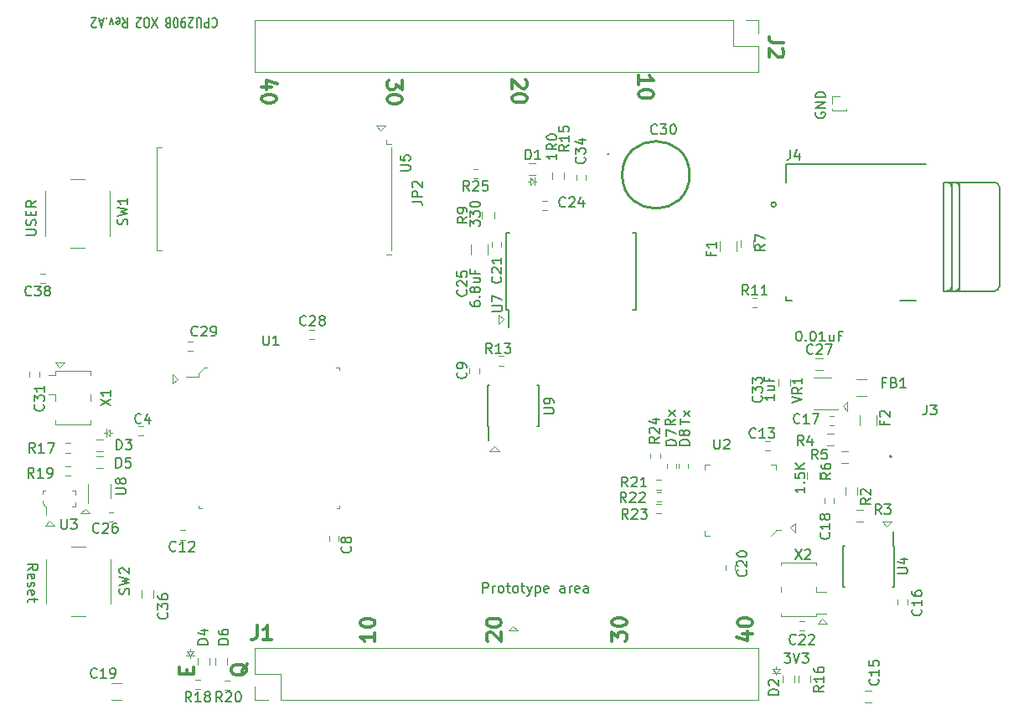
<source format=gto>
G04 #@! TF.GenerationSoftware,KiCad,Pcbnew,(5.1.2)-1*
G04 #@! TF.CreationDate,2020-02-06T13:24:46+09:00*
G04 #@! TF.ProjectId,o2_breakout,6f325f62-7265-4616-9b6f-75742e6b6963,rev?*
G04 #@! TF.SameCoordinates,Original*
G04 #@! TF.FileFunction,Legend,Top*
G04 #@! TF.FilePolarity,Positive*
%FSLAX46Y46*%
G04 Gerber Fmt 4.6, Leading zero omitted, Abs format (unit mm)*
G04 Created by KiCad (PCBNEW (5.1.2)-1) date 2020-02-06 13:24:46*
%MOMM*%
%LPD*%
G04 APERTURE LIST*
%ADD10C,0.150000*%
%ADD11C,0.120000*%
%ADD12C,0.300000*%
%ADD13C,0.200000*%
%ADD14C,0.127000*%
%ADD15C,0.100000*%
%ADD16C,0.254000*%
G04 APERTURE END LIST*
D10*
X148781166Y-117482880D02*
X148781166Y-116482880D01*
X149162119Y-116482880D01*
X149257357Y-116530500D01*
X149304976Y-116578119D01*
X149352595Y-116673357D01*
X149352595Y-116816214D01*
X149304976Y-116911452D01*
X149257357Y-116959071D01*
X149162119Y-117006690D01*
X148781166Y-117006690D01*
X149781166Y-117482880D02*
X149781166Y-116816214D01*
X149781166Y-117006690D02*
X149828785Y-116911452D01*
X149876404Y-116863833D01*
X149971642Y-116816214D01*
X150066880Y-116816214D01*
X150543071Y-117482880D02*
X150447833Y-117435261D01*
X150400214Y-117387642D01*
X150352595Y-117292404D01*
X150352595Y-117006690D01*
X150400214Y-116911452D01*
X150447833Y-116863833D01*
X150543071Y-116816214D01*
X150685928Y-116816214D01*
X150781166Y-116863833D01*
X150828785Y-116911452D01*
X150876404Y-117006690D01*
X150876404Y-117292404D01*
X150828785Y-117387642D01*
X150781166Y-117435261D01*
X150685928Y-117482880D01*
X150543071Y-117482880D01*
X151162119Y-116816214D02*
X151543071Y-116816214D01*
X151304976Y-116482880D02*
X151304976Y-117340023D01*
X151352595Y-117435261D01*
X151447833Y-117482880D01*
X151543071Y-117482880D01*
X152019261Y-117482880D02*
X151924023Y-117435261D01*
X151876404Y-117387642D01*
X151828785Y-117292404D01*
X151828785Y-117006690D01*
X151876404Y-116911452D01*
X151924023Y-116863833D01*
X152019261Y-116816214D01*
X152162119Y-116816214D01*
X152257357Y-116863833D01*
X152304976Y-116911452D01*
X152352595Y-117006690D01*
X152352595Y-117292404D01*
X152304976Y-117387642D01*
X152257357Y-117435261D01*
X152162119Y-117482880D01*
X152019261Y-117482880D01*
X152638309Y-116816214D02*
X153019261Y-116816214D01*
X152781166Y-116482880D02*
X152781166Y-117340023D01*
X152828785Y-117435261D01*
X152924023Y-117482880D01*
X153019261Y-117482880D01*
X153257357Y-116816214D02*
X153495452Y-117482880D01*
X153733547Y-116816214D02*
X153495452Y-117482880D01*
X153400214Y-117720976D01*
X153352595Y-117768595D01*
X153257357Y-117816214D01*
X154114500Y-116816214D02*
X154114500Y-117816214D01*
X154114500Y-116863833D02*
X154209738Y-116816214D01*
X154400214Y-116816214D01*
X154495452Y-116863833D01*
X154543071Y-116911452D01*
X154590690Y-117006690D01*
X154590690Y-117292404D01*
X154543071Y-117387642D01*
X154495452Y-117435261D01*
X154400214Y-117482880D01*
X154209738Y-117482880D01*
X154114500Y-117435261D01*
X155400214Y-117435261D02*
X155304976Y-117482880D01*
X155114500Y-117482880D01*
X155019261Y-117435261D01*
X154971642Y-117340023D01*
X154971642Y-116959071D01*
X155019261Y-116863833D01*
X155114500Y-116816214D01*
X155304976Y-116816214D01*
X155400214Y-116863833D01*
X155447833Y-116959071D01*
X155447833Y-117054309D01*
X154971642Y-117149547D01*
X157066880Y-117482880D02*
X157066880Y-116959071D01*
X157019261Y-116863833D01*
X156924023Y-116816214D01*
X156733547Y-116816214D01*
X156638309Y-116863833D01*
X157066880Y-117435261D02*
X156971642Y-117482880D01*
X156733547Y-117482880D01*
X156638309Y-117435261D01*
X156590690Y-117340023D01*
X156590690Y-117244785D01*
X156638309Y-117149547D01*
X156733547Y-117101928D01*
X156971642Y-117101928D01*
X157066880Y-117054309D01*
X157543071Y-117482880D02*
X157543071Y-116816214D01*
X157543071Y-117006690D02*
X157590690Y-116911452D01*
X157638309Y-116863833D01*
X157733547Y-116816214D01*
X157828785Y-116816214D01*
X158543071Y-117435261D02*
X158447833Y-117482880D01*
X158257357Y-117482880D01*
X158162119Y-117435261D01*
X158114500Y-117340023D01*
X158114500Y-116959071D01*
X158162119Y-116863833D01*
X158257357Y-116816214D01*
X158447833Y-116816214D01*
X158543071Y-116863833D01*
X158590690Y-116959071D01*
X158590690Y-117054309D01*
X158114500Y-117149547D01*
X159447833Y-117482880D02*
X159447833Y-116959071D01*
X159400214Y-116863833D01*
X159304976Y-116816214D01*
X159114500Y-116816214D01*
X159019261Y-116863833D01*
X159447833Y-117435261D02*
X159352595Y-117482880D01*
X159114500Y-117482880D01*
X159019261Y-117435261D01*
X158971642Y-117340023D01*
X158971642Y-117244785D01*
X159019261Y-117149547D01*
X159114500Y-117101928D01*
X159352595Y-117101928D01*
X159447833Y-117054309D01*
D11*
X151361700Y-121333000D02*
X152301500Y-121333000D01*
X151831600Y-120863100D02*
X151361700Y-121333000D01*
X152301500Y-121333000D02*
X151831600Y-120863100D01*
D10*
X168219380Y-99942638D02*
X167743190Y-100275971D01*
X168219380Y-100514066D02*
X167219380Y-100514066D01*
X167219380Y-100133114D01*
X167267000Y-100037876D01*
X167314619Y-99990257D01*
X167409857Y-99942638D01*
X167552714Y-99942638D01*
X167647952Y-99990257D01*
X167695571Y-100037876D01*
X167743190Y-100133114D01*
X167743190Y-100514066D01*
X168219380Y-99609304D02*
X167552714Y-99085495D01*
X167552714Y-99609304D02*
X168219380Y-99085495D01*
X168730680Y-100521600D02*
X168730680Y-99921600D01*
X169730680Y-100221600D02*
X168730680Y-100221600D01*
X169730680Y-99671600D02*
X169064014Y-99121600D01*
X169064014Y-99671600D02*
X169730680Y-99121600D01*
D11*
X119214900Y-123850660D02*
X119214900Y-124063760D01*
X119214900Y-123200160D02*
X119214900Y-123454160D01*
X118808500Y-123860560D02*
X119621300Y-123860560D01*
X119570500Y-123454160D02*
X119214900Y-123850660D01*
X118859300Y-123454160D02*
X119570500Y-123454160D01*
X119214900Y-123850660D02*
X118859300Y-123454160D01*
D12*
X164561128Y-66071785D02*
X164561128Y-65214642D01*
X164561128Y-65643214D02*
X166061128Y-65643214D01*
X165846842Y-65500357D01*
X165703985Y-65357500D01*
X165632557Y-65214642D01*
X166061128Y-67000357D02*
X166061128Y-67143214D01*
X165989700Y-67286071D01*
X165918271Y-67357500D01*
X165775414Y-67428928D01*
X165489700Y-67500357D01*
X165132557Y-67500357D01*
X164846842Y-67428928D01*
X164703985Y-67357500D01*
X164632557Y-67286071D01*
X164561128Y-67143214D01*
X164561128Y-67000357D01*
X164632557Y-66857500D01*
X164703985Y-66786071D01*
X164846842Y-66714642D01*
X165132557Y-66643214D01*
X165489700Y-66643214D01*
X165775414Y-66714642D01*
X165918271Y-66786071D01*
X165989700Y-66857500D01*
X166061128Y-67000357D01*
X125007108Y-124726771D02*
X124935680Y-124869628D01*
X124792822Y-125012485D01*
X124578537Y-125226771D01*
X124507108Y-125369628D01*
X124507108Y-125512485D01*
X124864251Y-125441057D02*
X124792822Y-125583914D01*
X124649965Y-125726771D01*
X124364251Y-125798200D01*
X123864251Y-125798200D01*
X123578537Y-125726771D01*
X123435680Y-125583914D01*
X123364251Y-125441057D01*
X123364251Y-125155342D01*
X123435680Y-125012485D01*
X123578537Y-124869628D01*
X123864251Y-124798200D01*
X124364251Y-124798200D01*
X124649965Y-124869628D01*
X124792822Y-125012485D01*
X124864251Y-125155342D01*
X124864251Y-125441057D01*
X118885162Y-125749168D02*
X118885162Y-125249168D01*
X118099448Y-125034882D02*
X118099448Y-125749168D01*
X119599448Y-125749168D01*
X119599448Y-125034882D01*
D10*
X179241604Y-123587260D02*
X179860652Y-123587260D01*
X179527319Y-123968213D01*
X179670176Y-123968213D01*
X179765414Y-124015832D01*
X179813033Y-124063451D01*
X179860652Y-124158689D01*
X179860652Y-124396784D01*
X179813033Y-124492022D01*
X179765414Y-124539641D01*
X179670176Y-124587260D01*
X179384461Y-124587260D01*
X179289223Y-124539641D01*
X179241604Y-124492022D01*
X180146366Y-123587260D02*
X180479700Y-124587260D01*
X180813033Y-123587260D01*
X181051128Y-123587260D02*
X181670176Y-123587260D01*
X181336842Y-123968213D01*
X181479700Y-123968213D01*
X181574938Y-124015832D01*
X181622557Y-124063451D01*
X181670176Y-124158689D01*
X181670176Y-124396784D01*
X181622557Y-124492022D01*
X181574938Y-124539641D01*
X181479700Y-124587260D01*
X181193985Y-124587260D01*
X181098747Y-124539641D01*
X181051128Y-124492022D01*
D11*
X153984960Y-76309220D02*
X153984960Y-75496420D01*
X153324560Y-75902820D02*
X153578560Y-75902820D01*
X153975060Y-75902820D02*
X154188160Y-75902820D01*
X153975060Y-75902820D02*
X153578560Y-76258420D01*
X153578560Y-76258420D02*
X153578560Y-75547220D01*
X153578560Y-75547220D02*
X153975060Y-75902820D01*
X108615480Y-109001560D02*
X109077760Y-109463840D01*
X110743740Y-101333300D02*
X111140240Y-100977700D01*
X111140240Y-100977700D02*
X111140240Y-101688900D01*
X111140240Y-101688900D02*
X110743740Y-101333300D01*
X110733840Y-100926900D02*
X110733840Y-101739700D01*
X111394240Y-101333300D02*
X111140240Y-101333300D01*
X110743740Y-101333300D02*
X110530640Y-101333300D01*
X178805840Y-125206760D02*
X178450240Y-125603260D01*
X178092100Y-125204220D02*
X178803300Y-125204220D01*
X178450240Y-125603260D02*
X178094640Y-125206760D01*
X178450240Y-125603260D02*
X178450240Y-125816360D01*
X178447700Y-124950220D02*
X178447700Y-125204220D01*
X178051460Y-125633480D02*
X178864260Y-125633480D01*
X183558740Y-120604020D02*
X183088840Y-120134120D01*
X182618940Y-120604020D02*
X183558740Y-120604020D01*
X183088840Y-120134120D02*
X182618940Y-120604020D01*
X105579620Y-94259660D02*
X106049520Y-94729560D01*
X106049520Y-94729560D02*
X106519420Y-94259660D01*
X106519420Y-94259660D02*
X105579620Y-94259660D01*
X105486760Y-110687860D02*
X105016860Y-110217960D01*
X105016860Y-110217960D02*
X104546960Y-110687860D01*
X104546960Y-110687860D02*
X105486760Y-110687860D01*
X108621120Y-109003840D02*
X108151220Y-109473740D01*
X108151220Y-109473740D02*
X109091020Y-109473740D01*
X150429520Y-103159300D02*
X149959620Y-102689400D01*
X149959620Y-102689400D02*
X149489720Y-103159300D01*
X149489720Y-103159300D02*
X150429520Y-103159300D01*
X189148160Y-110315000D02*
X189618060Y-110784900D01*
X189626240Y-110779560D02*
X190096140Y-110309660D01*
X190087960Y-110315000D02*
X189148160Y-110315000D01*
X180349900Y-110436100D02*
X179880000Y-110906000D01*
X179880000Y-110906000D02*
X180349900Y-111375900D01*
X180349900Y-111375900D02*
X180349900Y-110436100D01*
X185633100Y-98167900D02*
X185163200Y-98637800D01*
X185163200Y-98637800D02*
X185633100Y-99107700D01*
X185633100Y-99107700D02*
X185633100Y-98167900D01*
X150396200Y-90300100D02*
X150866100Y-89830200D01*
X150866100Y-89830200D02*
X150396200Y-89360300D01*
X150396200Y-89360300D02*
X150396200Y-90300100D01*
D12*
X125966600Y-120768371D02*
X125966600Y-121839800D01*
X125895171Y-122054085D01*
X125752314Y-122196942D01*
X125538028Y-122268371D01*
X125395171Y-122268371D01*
X127466600Y-122268371D02*
X126609457Y-122268371D01*
X127038028Y-122268371D02*
X127038028Y-120768371D01*
X126895171Y-120982657D01*
X126752314Y-121125514D01*
X126609457Y-121196942D01*
X161814771Y-122397685D02*
X161814771Y-121469114D01*
X162386200Y-121969114D01*
X162386200Y-121754828D01*
X162457628Y-121611971D01*
X162529057Y-121540542D01*
X162671914Y-121469114D01*
X163029057Y-121469114D01*
X163171914Y-121540542D01*
X163243342Y-121611971D01*
X163314771Y-121754828D01*
X163314771Y-122183400D01*
X163243342Y-122326257D01*
X163171914Y-122397685D01*
X161814771Y-120540542D02*
X161814771Y-120397685D01*
X161886200Y-120254828D01*
X161957628Y-120183400D01*
X162100485Y-120111971D01*
X162386200Y-120040542D01*
X162743342Y-120040542D01*
X163029057Y-120111971D01*
X163171914Y-120183400D01*
X163243342Y-120254828D01*
X163314771Y-120397685D01*
X163314771Y-120540542D01*
X163243342Y-120683400D01*
X163171914Y-120754828D01*
X163029057Y-120826257D01*
X162743342Y-120897685D01*
X162386200Y-120897685D01*
X162100485Y-120826257D01*
X161957628Y-120754828D01*
X161886200Y-120683400D01*
X161814771Y-120540542D01*
X137889371Y-121545314D02*
X137889371Y-122402457D01*
X137889371Y-121973885D02*
X136389371Y-121973885D01*
X136603657Y-122116742D01*
X136746514Y-122259600D01*
X136817942Y-122402457D01*
X136389371Y-120616742D02*
X136389371Y-120473885D01*
X136460800Y-120331028D01*
X136532228Y-120259600D01*
X136675085Y-120188171D01*
X136960800Y-120116742D01*
X137317942Y-120116742D01*
X137603657Y-120188171D01*
X137746514Y-120259600D01*
X137817942Y-120331028D01*
X137889371Y-120473885D01*
X137889371Y-120616742D01*
X137817942Y-120759600D01*
X137746514Y-120831028D01*
X137603657Y-120902457D01*
X137317942Y-120973885D01*
X136960800Y-120973885D01*
X136675085Y-120902457D01*
X136532228Y-120831028D01*
X136460800Y-120759600D01*
X136389371Y-120616742D01*
X149308428Y-122377057D02*
X149237000Y-122305628D01*
X149165571Y-122162771D01*
X149165571Y-121805628D01*
X149237000Y-121662771D01*
X149308428Y-121591342D01*
X149451285Y-121519914D01*
X149594142Y-121519914D01*
X149808428Y-121591342D01*
X150665571Y-122448485D01*
X150665571Y-121519914D01*
X149165571Y-120591342D02*
X149165571Y-120448485D01*
X149237000Y-120305628D01*
X149308428Y-120234200D01*
X149451285Y-120162771D01*
X149737000Y-120091342D01*
X150094142Y-120091342D01*
X150379857Y-120162771D01*
X150522714Y-120234200D01*
X150594142Y-120305628D01*
X150665571Y-120448485D01*
X150665571Y-120591342D01*
X150594142Y-120734200D01*
X150522714Y-120805628D01*
X150379857Y-120877057D01*
X150094142Y-120948485D01*
X149737000Y-120948485D01*
X149451285Y-120877057D01*
X149308428Y-120805628D01*
X149237000Y-120734200D01*
X149165571Y-120591342D01*
X175014771Y-121637371D02*
X176014771Y-121637371D01*
X174443342Y-121994514D02*
X175514771Y-122351657D01*
X175514771Y-121423085D01*
X174514771Y-120565942D02*
X174514771Y-120423085D01*
X174586200Y-120280228D01*
X174657628Y-120208800D01*
X174800485Y-120137371D01*
X175086200Y-120065942D01*
X175443342Y-120065942D01*
X175729057Y-120137371D01*
X175871914Y-120208800D01*
X175943342Y-120280228D01*
X176014771Y-120423085D01*
X176014771Y-120565942D01*
X175943342Y-120708800D01*
X175871914Y-120780228D01*
X175729057Y-120851657D01*
X175443342Y-120923085D01*
X175086200Y-120923085D01*
X174800485Y-120851657D01*
X174657628Y-120780228D01*
X174586200Y-120708800D01*
X174514771Y-120565942D01*
X127448428Y-66398828D02*
X126448428Y-66398828D01*
X128019857Y-66041685D02*
X126948428Y-65684542D01*
X126948428Y-66613114D01*
X127948428Y-67470257D02*
X127948428Y-67613114D01*
X127877000Y-67755971D01*
X127805571Y-67827400D01*
X127662714Y-67898828D01*
X127377000Y-67970257D01*
X127019857Y-67970257D01*
X126734142Y-67898828D01*
X126591285Y-67827400D01*
X126519857Y-67755971D01*
X126448428Y-67613114D01*
X126448428Y-67470257D01*
X126519857Y-67327400D01*
X126591285Y-67255971D01*
X126734142Y-67184542D01*
X127019857Y-67113114D01*
X127377000Y-67113114D01*
X127662714Y-67184542D01*
X127805571Y-67255971D01*
X127877000Y-67327400D01*
X127948428Y-67470257D01*
X140623028Y-65663914D02*
X140623028Y-66592485D01*
X140051600Y-66092485D01*
X140051600Y-66306771D01*
X139980171Y-66449628D01*
X139908742Y-66521057D01*
X139765885Y-66592485D01*
X139408742Y-66592485D01*
X139265885Y-66521057D01*
X139194457Y-66449628D01*
X139123028Y-66306771D01*
X139123028Y-65878200D01*
X139194457Y-65735342D01*
X139265885Y-65663914D01*
X140623028Y-67521057D02*
X140623028Y-67663914D01*
X140551600Y-67806771D01*
X140480171Y-67878200D01*
X140337314Y-67949628D01*
X140051600Y-68021057D01*
X139694457Y-68021057D01*
X139408742Y-67949628D01*
X139265885Y-67878200D01*
X139194457Y-67806771D01*
X139123028Y-67663914D01*
X139123028Y-67521057D01*
X139194457Y-67378200D01*
X139265885Y-67306771D01*
X139408742Y-67235342D01*
X139694457Y-67163914D01*
X140051600Y-67163914D01*
X140337314Y-67235342D01*
X140480171Y-67306771D01*
X140551600Y-67378200D01*
X140623028Y-67521057D01*
X179192928Y-61857000D02*
X178121500Y-61857000D01*
X177907214Y-61785571D01*
X177764357Y-61642714D01*
X177692928Y-61428428D01*
X177692928Y-61285571D01*
X179050071Y-62499857D02*
X179121500Y-62571285D01*
X179192928Y-62714142D01*
X179192928Y-63071285D01*
X179121500Y-63214142D01*
X179050071Y-63285571D01*
X178907214Y-63357000D01*
X178764357Y-63357000D01*
X178550071Y-63285571D01*
X177692928Y-62428428D01*
X177692928Y-63357000D01*
X153129371Y-65633742D02*
X153200800Y-65705171D01*
X153272228Y-65848028D01*
X153272228Y-66205171D01*
X153200800Y-66348028D01*
X153129371Y-66419457D01*
X152986514Y-66490885D01*
X152843657Y-66490885D01*
X152629371Y-66419457D01*
X151772228Y-65562314D01*
X151772228Y-66490885D01*
X153272228Y-67419457D02*
X153272228Y-67562314D01*
X153200800Y-67705171D01*
X153129371Y-67776600D01*
X152986514Y-67848028D01*
X152700800Y-67919457D01*
X152343657Y-67919457D01*
X152057942Y-67848028D01*
X151915085Y-67776600D01*
X151843657Y-67705171D01*
X151772228Y-67562314D01*
X151772228Y-67419457D01*
X151843657Y-67276600D01*
X151915085Y-67205171D01*
X152057942Y-67133742D01*
X152343657Y-67062314D01*
X152700800Y-67062314D01*
X152986514Y-67133742D01*
X153129371Y-67205171D01*
X153200800Y-67276600D01*
X153272228Y-67419457D01*
D13*
X121465879Y-59436997D02*
X121503974Y-59389378D01*
X121618260Y-59341759D01*
X121694450Y-59341759D01*
X121808736Y-59389378D01*
X121884926Y-59484616D01*
X121923021Y-59579854D01*
X121961117Y-59770330D01*
X121961117Y-59913187D01*
X121923021Y-60103663D01*
X121884926Y-60198901D01*
X121808736Y-60294140D01*
X121694450Y-60341759D01*
X121618260Y-60341759D01*
X121503974Y-60294140D01*
X121465879Y-60246520D01*
X121123021Y-59341759D02*
X121123021Y-60341759D01*
X120818260Y-60341759D01*
X120742069Y-60294140D01*
X120703974Y-60246520D01*
X120665879Y-60151282D01*
X120665879Y-60008425D01*
X120703974Y-59913187D01*
X120742069Y-59865568D01*
X120818260Y-59817949D01*
X121123021Y-59817949D01*
X120323021Y-60341759D02*
X120323021Y-59532235D01*
X120284926Y-59436997D01*
X120246831Y-59389378D01*
X120170640Y-59341759D01*
X120018260Y-59341759D01*
X119942069Y-59389378D01*
X119903974Y-59436997D01*
X119865879Y-59532235D01*
X119865879Y-60341759D01*
X119523021Y-60246520D02*
X119484926Y-60294140D01*
X119408736Y-60341759D01*
X119218260Y-60341759D01*
X119142069Y-60294140D01*
X119103974Y-60246520D01*
X119065879Y-60151282D01*
X119065879Y-60056044D01*
X119103974Y-59913187D01*
X119561117Y-59341759D01*
X119065879Y-59341759D01*
X118684926Y-59341759D02*
X118532545Y-59341759D01*
X118456355Y-59389378D01*
X118418260Y-59436997D01*
X118342069Y-59579854D01*
X118303974Y-59770330D01*
X118303974Y-60151282D01*
X118342069Y-60246520D01*
X118380164Y-60294140D01*
X118456355Y-60341759D01*
X118608736Y-60341759D01*
X118684926Y-60294140D01*
X118723021Y-60246520D01*
X118761117Y-60151282D01*
X118761117Y-59913187D01*
X118723021Y-59817949D01*
X118684926Y-59770330D01*
X118608736Y-59722711D01*
X118456355Y-59722711D01*
X118380164Y-59770330D01*
X118342069Y-59817949D01*
X118303974Y-59913187D01*
X117808736Y-60341759D02*
X117732545Y-60341759D01*
X117656355Y-60294140D01*
X117618260Y-60246520D01*
X117580164Y-60151282D01*
X117542069Y-59960806D01*
X117542069Y-59722711D01*
X117580164Y-59532235D01*
X117618260Y-59436997D01*
X117656355Y-59389378D01*
X117732545Y-59341759D01*
X117808736Y-59341759D01*
X117884926Y-59389378D01*
X117923021Y-59436997D01*
X117961117Y-59532235D01*
X117999212Y-59722711D01*
X117999212Y-59960806D01*
X117961117Y-60151282D01*
X117923021Y-60246520D01*
X117884926Y-60294140D01*
X117808736Y-60341759D01*
X117084926Y-59913187D02*
X117161117Y-59960806D01*
X117199212Y-60008425D01*
X117237307Y-60103663D01*
X117237307Y-60151282D01*
X117199212Y-60246520D01*
X117161117Y-60294140D01*
X117084926Y-60341759D01*
X116932545Y-60341759D01*
X116856355Y-60294140D01*
X116818260Y-60246520D01*
X116780164Y-60151282D01*
X116780164Y-60103663D01*
X116818260Y-60008425D01*
X116856355Y-59960806D01*
X116932545Y-59913187D01*
X117084926Y-59913187D01*
X117161117Y-59865568D01*
X117199212Y-59817949D01*
X117237307Y-59722711D01*
X117237307Y-59532235D01*
X117199212Y-59436997D01*
X117161117Y-59389378D01*
X117084926Y-59341759D01*
X116932545Y-59341759D01*
X116856355Y-59389378D01*
X116818260Y-59436997D01*
X116780164Y-59532235D01*
X116780164Y-59722711D01*
X116818260Y-59817949D01*
X116856355Y-59865568D01*
X116932545Y-59913187D01*
X115903974Y-60341759D02*
X115370640Y-59341759D01*
X115370640Y-60341759D02*
X115903974Y-59341759D01*
X114913498Y-60341759D02*
X114761117Y-60341759D01*
X114684926Y-60294140D01*
X114608736Y-60198901D01*
X114570640Y-60008425D01*
X114570640Y-59675092D01*
X114608736Y-59484616D01*
X114684926Y-59389378D01*
X114761117Y-59341759D01*
X114913498Y-59341759D01*
X114989688Y-59389378D01*
X115065879Y-59484616D01*
X115103974Y-59675092D01*
X115103974Y-60008425D01*
X115065879Y-60198901D01*
X114989688Y-60294140D01*
X114913498Y-60341759D01*
X114265879Y-60246520D02*
X114227783Y-60294140D01*
X114151593Y-60341759D01*
X113961117Y-60341759D01*
X113884926Y-60294140D01*
X113846831Y-60246520D01*
X113808736Y-60151282D01*
X113808736Y-60056044D01*
X113846831Y-59913187D01*
X114303974Y-59341759D01*
X113808736Y-59341759D01*
X112399212Y-59341759D02*
X112665879Y-59817949D01*
X112856355Y-59341759D02*
X112856355Y-60341759D01*
X112551593Y-60341759D01*
X112475402Y-60294140D01*
X112437307Y-60246520D01*
X112399212Y-60151282D01*
X112399212Y-60008425D01*
X112437307Y-59913187D01*
X112475402Y-59865568D01*
X112551593Y-59817949D01*
X112856355Y-59817949D01*
X111751593Y-59389378D02*
X111827783Y-59341759D01*
X111980164Y-59341759D01*
X112056355Y-59389378D01*
X112094450Y-59484616D01*
X112094450Y-59865568D01*
X112056355Y-59960806D01*
X111980164Y-60008425D01*
X111827783Y-60008425D01*
X111751593Y-59960806D01*
X111713498Y-59865568D01*
X111713498Y-59770330D01*
X112094450Y-59675092D01*
X111446831Y-60008425D02*
X111256355Y-59341759D01*
X111065879Y-60008425D01*
X110761117Y-59436997D02*
X110723021Y-59389378D01*
X110761117Y-59341759D01*
X110799212Y-59389378D01*
X110761117Y-59436997D01*
X110761117Y-59341759D01*
X110418260Y-59627473D02*
X110037307Y-59627473D01*
X110494450Y-59341759D02*
X110227783Y-60341759D01*
X109961117Y-59341759D01*
X109732545Y-60246520D02*
X109694450Y-60294140D01*
X109618260Y-60341759D01*
X109427783Y-60341759D01*
X109351593Y-60294140D01*
X109313498Y-60246520D01*
X109275402Y-60151282D01*
X109275402Y-60056044D01*
X109313498Y-59913187D01*
X109770640Y-59341759D01*
X109275402Y-59341759D01*
D11*
X117459200Y-95430600D02*
X117459200Y-96370400D01*
X117929100Y-95900500D02*
X117459200Y-95430600D01*
X117459200Y-96370400D02*
X117929100Y-95900500D01*
X138477700Y-70729100D02*
X138947600Y-70259200D01*
X138007800Y-70259200D02*
X138477700Y-70729100D01*
X138947600Y-70259200D02*
X138007800Y-70259200D01*
D13*
X190098220Y-103713440D02*
G75*
G03X190098220Y-103713440I-100000J0D01*
G01*
D11*
X168554300Y-104423400D02*
X168554300Y-104923400D01*
X169494300Y-104923400D02*
X169494300Y-104423400D01*
X167411300Y-104423400D02*
X167411300Y-104923400D01*
X168351300Y-104923400D02*
X168351300Y-104423400D01*
X111164000Y-118634000D02*
X111164000Y-114134000D01*
X107164000Y-119884000D02*
X108664000Y-119884000D01*
X104664000Y-114134000D02*
X104664000Y-118634000D01*
X108664000Y-112884000D02*
X107164000Y-112884000D01*
X104583600Y-76895200D02*
X104583600Y-81395200D01*
X108583600Y-75645200D02*
X107083600Y-75645200D01*
X111083600Y-81395200D02*
X111083600Y-76895200D01*
X107083600Y-82645200D02*
X108583600Y-82645200D01*
X104542400Y-85229600D02*
X104042400Y-85229600D01*
X104042400Y-86169600D02*
X104542400Y-86169600D01*
D14*
X192576500Y-87986000D02*
X190976500Y-87986000D01*
D13*
X178426500Y-78236000D02*
G75*
G03X178426500Y-78236000I-250000J0D01*
G01*
D14*
X179426500Y-74136000D02*
X193576500Y-74136000D01*
X179426500Y-75986000D02*
X179426500Y-74136000D01*
X179426500Y-87986000D02*
X179976500Y-87986000D01*
X179426500Y-87536000D02*
X179426500Y-87986000D01*
X200476500Y-86986000D02*
G75*
G03X200976500Y-86486000I0J500000D01*
G01*
X196976500Y-86986000D02*
X200476500Y-86986000D01*
X196476500Y-86986000D02*
G75*
G03X196976500Y-86486000I0J500000D01*
G01*
X196176500Y-86986000D02*
X196476500Y-86986000D01*
X195676500Y-86986000D02*
G75*
G03X196176500Y-86486000I0J500000D01*
G01*
X195376500Y-86986000D02*
X195676500Y-86986000D01*
X200476500Y-75986000D02*
G75*
G02X200976500Y-76486000I0J-500000D01*
G01*
X196976500Y-75986000D02*
X200476500Y-75986000D01*
X196476500Y-75986000D02*
G75*
G02X196976500Y-76486000I0J-500000D01*
G01*
X196176500Y-75986000D02*
X196476500Y-75986000D01*
X195676500Y-75986000D02*
G75*
G02X196176500Y-76486000I0J-500000D01*
G01*
X195376500Y-75986000D02*
X195676500Y-75986000D01*
X200976500Y-76486000D02*
X200976500Y-86486000D01*
X195376500Y-86986000D02*
X195376500Y-75986000D01*
X196976500Y-86986000D02*
X196476500Y-86986000D01*
X196976500Y-86486000D02*
X196976500Y-86986000D01*
X196976500Y-76486000D02*
X196976500Y-86486000D01*
X196976500Y-75986000D02*
X196976500Y-76486000D01*
X196476500Y-75986000D02*
X196976500Y-75986000D01*
X196176500Y-86986000D02*
X195676500Y-86986000D01*
X196176500Y-86486000D02*
X196176500Y-86986000D01*
X196176500Y-76486000D02*
X196176500Y-86486000D01*
X196176500Y-75986000D02*
X196176500Y-76486000D01*
X195676500Y-75986000D02*
X196176500Y-75986000D01*
D10*
X149283980Y-100660020D02*
X149333980Y-100660020D01*
X149283980Y-96510020D02*
X149428980Y-96510020D01*
X154433980Y-96510020D02*
X154288980Y-96510020D01*
X154433980Y-100660020D02*
X154288980Y-100660020D01*
X149283980Y-100660020D02*
X149283980Y-96510020D01*
X154433980Y-100660020D02*
X154433980Y-96510020D01*
X149333980Y-100660020D02*
X149333980Y-102060020D01*
D11*
X139025000Y-72086000D02*
X139025000Y-71726000D01*
X139525000Y-72086000D02*
X139025000Y-72086000D01*
X139525000Y-77676000D02*
X139525000Y-72486000D01*
X139525000Y-83266000D02*
X139025000Y-83266000D01*
X139525000Y-77676000D02*
X139525000Y-82866000D01*
X115815000Y-72486000D02*
X116315000Y-72486000D01*
X115815000Y-77676000D02*
X115815000Y-72486000D01*
X115815000Y-82866000D02*
X116315000Y-82866000D01*
X115815000Y-77676000D02*
X115815000Y-82866000D01*
X183113160Y-95019420D02*
X182413160Y-95019420D01*
X182413160Y-93819420D02*
X183113160Y-93819420D01*
X182776420Y-105298760D02*
X182776420Y-105998760D01*
X181576420Y-105998760D02*
X181576420Y-105298760D01*
X185731900Y-104371700D02*
X185031900Y-104371700D01*
X185031900Y-103171700D02*
X185731900Y-103171700D01*
X184248540Y-102626720D02*
X183548540Y-102626720D01*
X183548540Y-101426720D02*
X184248540Y-101426720D01*
X108872800Y-106500700D02*
X108872800Y-108400700D01*
X111192800Y-107900700D02*
X111192800Y-106500700D01*
X187572780Y-95873200D02*
X186572780Y-95873200D01*
X186572780Y-97573200D02*
X187572780Y-97573200D01*
X178885440Y-114732580D02*
X178885440Y-114462580D01*
X178885440Y-114462580D02*
X182485440Y-114462580D01*
X182485440Y-114462580D02*
X182485440Y-114732580D01*
X178885440Y-117432580D02*
X178885440Y-116892580D01*
X183485440Y-119592580D02*
X182485440Y-119592580D01*
X182485440Y-119592580D02*
X182485440Y-119862580D01*
X182485440Y-119862580D02*
X178885440Y-119862580D01*
X178885440Y-119862580D02*
X178885440Y-119592580D01*
X182485440Y-116892580D02*
X182485440Y-117432580D01*
X182485440Y-117432580D02*
X183485440Y-117432580D01*
D15*
X178390000Y-105070000D02*
X178390000Y-104570000D01*
X178390000Y-104570000D02*
X177890000Y-104570000D01*
X171190000Y-105070000D02*
X171190000Y-104570000D01*
X171190000Y-104570000D02*
X171690000Y-104570000D01*
X171690000Y-111770000D02*
X171190000Y-111770000D01*
X171190000Y-111770000D02*
X171190000Y-111270000D01*
X177890000Y-111770000D02*
X178390000Y-111270000D01*
X178390000Y-111270000D02*
X178390000Y-111170000D01*
X178390000Y-111170000D02*
X178890000Y-111170000D01*
D10*
X190319100Y-112733000D02*
X190269100Y-112733000D01*
X190319100Y-116883000D02*
X190174100Y-116883000D01*
X185169100Y-116883000D02*
X185314100Y-116883000D01*
X185169100Y-112733000D02*
X185314100Y-112733000D01*
X190319100Y-112733000D02*
X190319100Y-116883000D01*
X185169100Y-112733000D02*
X185169100Y-116883000D01*
X190269100Y-112733000D02*
X190269100Y-111333000D01*
D11*
X149267280Y-83263360D02*
X149267280Y-82263360D01*
X147567280Y-82263360D02*
X147567280Y-83263360D01*
X149926600Y-78974200D02*
X149926600Y-79674200D01*
X148726600Y-79674200D02*
X148726600Y-78974200D01*
X150609400Y-82524500D02*
X150609400Y-82024500D01*
X149669400Y-82024500D02*
X149669400Y-82524500D01*
X155329700Y-77889000D02*
X154829700Y-77889000D01*
X154829700Y-78829000D02*
X155329700Y-78829000D01*
X147806600Y-75603200D02*
X148306600Y-75603200D01*
X148306600Y-74663200D02*
X147806600Y-74663200D01*
X158229200Y-75289600D02*
X158229200Y-75789600D01*
X159169200Y-75789600D02*
X159169200Y-75289600D01*
X176500600Y-87718800D02*
X176000600Y-87718800D01*
X176000600Y-88658800D02*
X176500600Y-88658800D01*
X186497480Y-109097520D02*
X187197480Y-109097520D01*
X187197480Y-110297520D02*
X186497480Y-110297520D01*
X111270160Y-128342760D02*
X112270160Y-128342760D01*
X112270160Y-126642760D02*
X111270160Y-126642760D01*
X184107780Y-68706200D02*
X185497780Y-68706200D01*
X184107780Y-68706200D02*
X184107780Y-68581200D01*
X185497780Y-68706200D02*
X185497780Y-68581200D01*
X184107780Y-68706200D02*
X184194504Y-68706200D01*
X185411056Y-68706200D02*
X185497780Y-68706200D01*
X184107780Y-68021200D02*
X184107780Y-67336200D01*
X184107780Y-67336200D02*
X184802780Y-67336200D01*
D15*
X104306100Y-107163100D02*
X104606100Y-107163100D01*
X104306100Y-107538100D02*
X104306100Y-107163100D01*
X107606100Y-107163100D02*
X107606100Y-107613100D01*
X107306100Y-107163100D02*
X107606100Y-107163100D01*
X107381100Y-107163100D02*
X107256100Y-107163100D01*
X107606100Y-108813100D02*
X107256100Y-108813100D01*
X107606100Y-108338100D02*
X107606100Y-108813100D01*
X104631100Y-108813100D02*
X104631100Y-109588100D01*
X104581100Y-108813100D02*
X104631100Y-108813100D01*
X104306100Y-108438100D02*
X104581100Y-108813100D01*
X104306100Y-108163100D02*
X104306100Y-108438100D01*
D11*
X109191200Y-100074600D02*
X109191200Y-100464600D01*
X109191200Y-100464600D02*
X105591200Y-100464600D01*
X105591200Y-100464600D02*
X105591200Y-100074600D01*
X109191200Y-97394600D02*
X109191200Y-98134600D01*
X104891200Y-95454600D02*
X105591200Y-95454600D01*
X105591200Y-95454600D02*
X105591200Y-95064600D01*
X105591200Y-95064600D02*
X109191200Y-95064600D01*
X109191200Y-95064600D02*
X109191200Y-95454600D01*
X105591200Y-98134600D02*
X105591200Y-97394600D01*
X105591200Y-97394600D02*
X104891200Y-97394600D01*
X150922800Y-93581120D02*
X150422800Y-93581120D01*
X150422800Y-94521120D02*
X150922800Y-94521120D01*
X178665580Y-96595680D02*
X178665580Y-95895680D01*
X179865580Y-95895680D02*
X179865580Y-96595680D01*
X166687600Y-103907400D02*
X166687600Y-103407400D01*
X165747600Y-103407400D02*
X165747600Y-103907400D01*
X166335900Y-109461400D02*
X166835900Y-109461400D01*
X166835900Y-108521400D02*
X166335900Y-108521400D01*
X166348600Y-108254900D02*
X166848600Y-108254900D01*
X166848600Y-107314900D02*
X166348600Y-107314900D01*
X166335900Y-107048400D02*
X166835900Y-107048400D01*
X166835900Y-106108400D02*
X166335900Y-106108400D01*
X123211400Y-126352200D02*
X122711400Y-126352200D01*
X122711400Y-127292200D02*
X123211400Y-127292200D01*
X106633200Y-105651400D02*
X107133200Y-105651400D01*
X107133200Y-104711400D02*
X106633200Y-104711400D01*
X119739600Y-127266800D02*
X120239600Y-127266800D01*
X120239600Y-126326800D02*
X119739600Y-126326800D01*
X106633200Y-103327300D02*
X107133200Y-103327300D01*
X107133200Y-102387300D02*
X106633200Y-102387300D01*
X155800500Y-75699100D02*
X155800500Y-74999100D01*
X157000500Y-74999100D02*
X157000500Y-75699100D01*
X174888600Y-82546940D02*
X174888600Y-81846940D01*
X176088600Y-81846940D02*
X176088600Y-82546940D01*
X174433600Y-82983200D02*
X174433600Y-81983200D01*
X172733600Y-81983200D02*
X172733600Y-82983200D01*
X181275800Y-120408600D02*
X180775800Y-120408600D01*
X180775800Y-121348600D02*
X181275800Y-121348600D01*
X188063620Y-128575360D02*
X187363620Y-128575360D01*
X187363620Y-127375360D02*
X188063620Y-127375360D01*
X188556000Y-100576000D02*
X188556000Y-99576000D01*
X186856000Y-99576000D02*
X186856000Y-100576000D01*
X114299440Y-117969780D02*
X114299440Y-117269780D01*
X115499440Y-117269780D02*
X115499440Y-117969780D01*
X131245800Y-91859200D02*
X131745800Y-91859200D01*
X131745800Y-90919200D02*
X131245800Y-90919200D01*
D16*
X161483355Y-73147545D02*
G75*
G03X161483355Y-73147545I-58665J0D01*
G01*
X169676020Y-75239880D02*
G75*
G03X169676020Y-75239880I-3400000J0D01*
G01*
D11*
X122977200Y-124110000D02*
X122977200Y-124810000D01*
X121777200Y-124810000D02*
X121777200Y-124110000D01*
X110433600Y-104892400D02*
X109733600Y-104892400D01*
X109733600Y-103692400D02*
X110433600Y-103692400D01*
X121148400Y-124110000D02*
X121148400Y-124810000D01*
X119948400Y-124810000D02*
X119948400Y-124110000D01*
X110445600Y-103165200D02*
X109745600Y-103165200D01*
X109745600Y-101965200D02*
X110445600Y-101965200D01*
X181917900Y-125870220D02*
X181917900Y-126570220D01*
X180717900Y-126570220D02*
X180717900Y-125870220D01*
X180292300Y-125870220D02*
X180292300Y-126570220D01*
X179092300Y-126570220D02*
X179092300Y-125870220D01*
X103949600Y-95677800D02*
X103949600Y-95177800D01*
X103009600Y-95177800D02*
X103009600Y-95677800D01*
X154096200Y-75237900D02*
X153396200Y-75237900D01*
X153396200Y-74037900D02*
X154096200Y-74037900D01*
X118977600Y-93002200D02*
X119477600Y-93002200D01*
X119477600Y-92062200D02*
X118977600Y-92062200D01*
X183296460Y-107931140D02*
X183296460Y-108431140D01*
X184236460Y-108431140D02*
X184236460Y-107931140D01*
X111476600Y-109346900D02*
X110976600Y-109346900D01*
X110976600Y-110286900D02*
X111476600Y-110286900D01*
X185455000Y-107553240D02*
X185455000Y-106853240D01*
X186655000Y-106853240D02*
X186655000Y-107553240D01*
X174269500Y-115248500D02*
X174269500Y-114748500D01*
X173329500Y-114748500D02*
X173329500Y-115248500D01*
X184290780Y-99600920D02*
X183790780Y-99600920D01*
X183790780Y-100540920D02*
X184290780Y-100540920D01*
X190725960Y-118187660D02*
X190725960Y-118687660D01*
X191665960Y-118687660D02*
X191665960Y-118187660D01*
X177346800Y-103124100D02*
X177846800Y-103124100D01*
X177846800Y-102184100D02*
X177346800Y-102184100D01*
X118202900Y-112128400D02*
X118702900Y-112128400D01*
X118702900Y-111188400D02*
X118202900Y-111188400D01*
X147459600Y-94822200D02*
X147459600Y-95322200D01*
X148399600Y-95322200D02*
X148399600Y-94822200D01*
X134201000Y-112213200D02*
X134201000Y-111713200D01*
X133261000Y-111713200D02*
X133261000Y-112213200D01*
D10*
X151130500Y-88853500D02*
X151380500Y-88853500D01*
X151130500Y-81103500D02*
X151465500Y-81103500D01*
X164280500Y-81103500D02*
X163945500Y-81103500D01*
X164280500Y-88853500D02*
X163945500Y-88853500D01*
X151130500Y-88853500D02*
X151130500Y-81103500D01*
X164280500Y-88853500D02*
X164280500Y-81103500D01*
X151380500Y-88853500D02*
X151380500Y-90653500D01*
D11*
X113986500Y-101625500D02*
X114486500Y-101625500D01*
X114486500Y-100685500D02*
X113986500Y-100685500D01*
X183983200Y-95710100D02*
X182183200Y-95710100D01*
X182183200Y-98930100D02*
X184633200Y-98930100D01*
D15*
X134262000Y-94760000D02*
X133962000Y-94760000D01*
X134262000Y-94760000D02*
X134262000Y-95010000D01*
X134262000Y-108960000D02*
X134262000Y-108660000D01*
X134262000Y-108960000D02*
X134012000Y-108960000D01*
X120062000Y-108960000D02*
X120412000Y-108960000D01*
X120062000Y-108960000D02*
X120062000Y-108660000D01*
X120062000Y-95660000D02*
X118787000Y-95660000D01*
X120062000Y-95335000D02*
X120062000Y-95660000D01*
X120637000Y-94760000D02*
X120062000Y-95335000D01*
X120637000Y-94760000D02*
X120937000Y-94760000D01*
D11*
X125746200Y-59630000D02*
X125746200Y-64830000D01*
X174066200Y-59630000D02*
X125746200Y-59630000D01*
X176666200Y-64830000D02*
X125746200Y-64830000D01*
X174066200Y-59630000D02*
X174066200Y-62230000D01*
X174066200Y-62230000D02*
X176666200Y-62230000D01*
X176666200Y-62230000D02*
X176666200Y-64830000D01*
X175336200Y-59630000D02*
X176666200Y-59630000D01*
X176666200Y-59630000D02*
X176666200Y-60960000D01*
X125746200Y-128330000D02*
X125746200Y-127000000D01*
X127076200Y-128330000D02*
X125746200Y-128330000D01*
X125746200Y-125730000D02*
X125746200Y-123130000D01*
X128346200Y-125730000D02*
X125746200Y-125730000D01*
X128346200Y-128330000D02*
X128346200Y-125730000D01*
X125746200Y-123130000D02*
X176666200Y-123130000D01*
X128346200Y-128330000D02*
X176666200Y-128330000D01*
X176666200Y-128330000D02*
X176666200Y-123130000D01*
D10*
X193626146Y-98502220D02*
X193626146Y-99216506D01*
X193578527Y-99359363D01*
X193483289Y-99454601D01*
X193340432Y-99502220D01*
X193245194Y-99502220D01*
X194007099Y-98502220D02*
X194626146Y-98502220D01*
X194292813Y-98883173D01*
X194435670Y-98883173D01*
X194530908Y-98930792D01*
X194578527Y-98978411D01*
X194626146Y-99073649D01*
X194626146Y-99311744D01*
X194578527Y-99406982D01*
X194530908Y-99454601D01*
X194435670Y-99502220D01*
X194149956Y-99502220D01*
X194054718Y-99454601D01*
X194007099Y-99406982D01*
X169667180Y-102566695D02*
X168667180Y-102566695D01*
X168667180Y-102328600D01*
X168714800Y-102185742D01*
X168810038Y-102090504D01*
X168905276Y-102042885D01*
X169095752Y-101995266D01*
X169238609Y-101995266D01*
X169429085Y-102042885D01*
X169524323Y-102090504D01*
X169619561Y-102185742D01*
X169667180Y-102328600D01*
X169667180Y-102566695D01*
X169095752Y-101423838D02*
X169048133Y-101519076D01*
X169000514Y-101566695D01*
X168905276Y-101614314D01*
X168857657Y-101614314D01*
X168762419Y-101566695D01*
X168714800Y-101519076D01*
X168667180Y-101423838D01*
X168667180Y-101233361D01*
X168714800Y-101138123D01*
X168762419Y-101090504D01*
X168857657Y-101042885D01*
X168905276Y-101042885D01*
X169000514Y-101090504D01*
X169048133Y-101138123D01*
X169095752Y-101233361D01*
X169095752Y-101423838D01*
X169143371Y-101519076D01*
X169190990Y-101566695D01*
X169286228Y-101614314D01*
X169476704Y-101614314D01*
X169571942Y-101566695D01*
X169619561Y-101519076D01*
X169667180Y-101423838D01*
X169667180Y-101233361D01*
X169619561Y-101138123D01*
X169571942Y-101090504D01*
X169476704Y-101042885D01*
X169286228Y-101042885D01*
X169190990Y-101090504D01*
X169143371Y-101138123D01*
X169095752Y-101233361D01*
X168295580Y-102579395D02*
X167295580Y-102579395D01*
X167295580Y-102341300D01*
X167343200Y-102198442D01*
X167438438Y-102103204D01*
X167533676Y-102055585D01*
X167724152Y-102007966D01*
X167867009Y-102007966D01*
X168057485Y-102055585D01*
X168152723Y-102103204D01*
X168247961Y-102198442D01*
X168295580Y-102341300D01*
X168295580Y-102579395D01*
X167295580Y-101674633D02*
X167295580Y-101007966D01*
X168295580Y-101436538D01*
X113015661Y-117639933D02*
X113063280Y-117497076D01*
X113063280Y-117258980D01*
X113015661Y-117163742D01*
X112968042Y-117116123D01*
X112872804Y-117068504D01*
X112777566Y-117068504D01*
X112682328Y-117116123D01*
X112634709Y-117163742D01*
X112587090Y-117258980D01*
X112539471Y-117449457D01*
X112491852Y-117544695D01*
X112444233Y-117592314D01*
X112348995Y-117639933D01*
X112253757Y-117639933D01*
X112158519Y-117592314D01*
X112110900Y-117544695D01*
X112063280Y-117449457D01*
X112063280Y-117211361D01*
X112110900Y-117068504D01*
X112063280Y-116735171D02*
X113063280Y-116497076D01*
X112348995Y-116306600D01*
X113063280Y-116116123D01*
X112063280Y-115878028D01*
X112158519Y-115544695D02*
X112110900Y-115497076D01*
X112063280Y-115401838D01*
X112063280Y-115163742D01*
X112110900Y-115068504D01*
X112158519Y-115020885D01*
X112253757Y-114973266D01*
X112348995Y-114973266D01*
X112491852Y-115020885D01*
X113063280Y-115592314D01*
X113063280Y-114973266D01*
X102796079Y-115225984D02*
X103272269Y-114892651D01*
X102796079Y-114654556D02*
X103796079Y-114654556D01*
X103796079Y-115035508D01*
X103748460Y-115130746D01*
X103700840Y-115178365D01*
X103605602Y-115225984D01*
X103462745Y-115225984D01*
X103367507Y-115178365D01*
X103319888Y-115130746D01*
X103272269Y-115035508D01*
X103272269Y-114654556D01*
X102843698Y-116035508D02*
X102796079Y-115940270D01*
X102796079Y-115749794D01*
X102843698Y-115654556D01*
X102938936Y-115606937D01*
X103319888Y-115606937D01*
X103415126Y-115654556D01*
X103462745Y-115749794D01*
X103462745Y-115940270D01*
X103415126Y-116035508D01*
X103319888Y-116083127D01*
X103224650Y-116083127D01*
X103129412Y-115606937D01*
X102843698Y-116464080D02*
X102796079Y-116559318D01*
X102796079Y-116749794D01*
X102843698Y-116845032D01*
X102938936Y-116892651D01*
X102986555Y-116892651D01*
X103081793Y-116845032D01*
X103129412Y-116749794D01*
X103129412Y-116606937D01*
X103177031Y-116511699D01*
X103272269Y-116464080D01*
X103319888Y-116464080D01*
X103415126Y-116511699D01*
X103462745Y-116606937D01*
X103462745Y-116749794D01*
X103415126Y-116845032D01*
X102843698Y-117702175D02*
X102796079Y-117606937D01*
X102796079Y-117416460D01*
X102843698Y-117321222D01*
X102938936Y-117273603D01*
X103319888Y-117273603D01*
X103415126Y-117321222D01*
X103462745Y-117416460D01*
X103462745Y-117606937D01*
X103415126Y-117702175D01*
X103319888Y-117749794D01*
X103224650Y-117749794D01*
X103129412Y-117273603D01*
X103462745Y-118035508D02*
X103462745Y-118416460D01*
X103796079Y-118178365D02*
X102938936Y-118178365D01*
X102843698Y-118225984D01*
X102796079Y-118321222D01*
X102796079Y-118416460D01*
X112850561Y-80276533D02*
X112898180Y-80133676D01*
X112898180Y-79895580D01*
X112850561Y-79800342D01*
X112802942Y-79752723D01*
X112707704Y-79705104D01*
X112612466Y-79705104D01*
X112517228Y-79752723D01*
X112469609Y-79800342D01*
X112421990Y-79895580D01*
X112374371Y-80086057D01*
X112326752Y-80181295D01*
X112279133Y-80228914D01*
X112183895Y-80276533D01*
X112088657Y-80276533D01*
X111993419Y-80228914D01*
X111945800Y-80181295D01*
X111898180Y-80086057D01*
X111898180Y-79847961D01*
X111945800Y-79705104D01*
X111898180Y-79371771D02*
X112898180Y-79133676D01*
X112183895Y-78943200D01*
X112898180Y-78752723D01*
X111898180Y-78514628D01*
X112898180Y-77609866D02*
X112898180Y-78181295D01*
X112898180Y-77895580D02*
X111898180Y-77895580D01*
X112041038Y-77990819D01*
X112136276Y-78086057D01*
X112183895Y-78181295D01*
X102652580Y-81343285D02*
X103462104Y-81343285D01*
X103557342Y-81295666D01*
X103604961Y-81248047D01*
X103652580Y-81152809D01*
X103652580Y-80962333D01*
X103604961Y-80867095D01*
X103557342Y-80819476D01*
X103462104Y-80771857D01*
X102652580Y-80771857D01*
X103604961Y-80343285D02*
X103652580Y-80200428D01*
X103652580Y-79962333D01*
X103604961Y-79867095D01*
X103557342Y-79819476D01*
X103462104Y-79771857D01*
X103366866Y-79771857D01*
X103271628Y-79819476D01*
X103224009Y-79867095D01*
X103176390Y-79962333D01*
X103128771Y-80152809D01*
X103081152Y-80248047D01*
X103033533Y-80295666D01*
X102938295Y-80343285D01*
X102843057Y-80343285D01*
X102747819Y-80295666D01*
X102700200Y-80248047D01*
X102652580Y-80152809D01*
X102652580Y-79914714D01*
X102700200Y-79771857D01*
X103128771Y-79343285D02*
X103128771Y-79009952D01*
X103652580Y-78867095D02*
X103652580Y-79343285D01*
X102652580Y-79343285D01*
X102652580Y-78867095D01*
X103652580Y-77867095D02*
X103176390Y-78200428D01*
X103652580Y-78438523D02*
X102652580Y-78438523D01*
X102652580Y-78057571D01*
X102700200Y-77962333D01*
X102747819Y-77914714D01*
X102843057Y-77867095D01*
X102985914Y-77867095D01*
X103081152Y-77914714D01*
X103128771Y-77962333D01*
X103176390Y-78057571D01*
X103176390Y-78438523D01*
X103166942Y-87377542D02*
X103119323Y-87425161D01*
X102976466Y-87472780D01*
X102881228Y-87472780D01*
X102738371Y-87425161D01*
X102643133Y-87329923D01*
X102595514Y-87234685D01*
X102547895Y-87044209D01*
X102547895Y-86901352D01*
X102595514Y-86710876D01*
X102643133Y-86615638D01*
X102738371Y-86520400D01*
X102881228Y-86472780D01*
X102976466Y-86472780D01*
X103119323Y-86520400D01*
X103166942Y-86568019D01*
X103500276Y-86472780D02*
X104119323Y-86472780D01*
X103785990Y-86853733D01*
X103928847Y-86853733D01*
X104024085Y-86901352D01*
X104071704Y-86948971D01*
X104119323Y-87044209D01*
X104119323Y-87282304D01*
X104071704Y-87377542D01*
X104024085Y-87425161D01*
X103928847Y-87472780D01*
X103643133Y-87472780D01*
X103547895Y-87425161D01*
X103500276Y-87377542D01*
X104690752Y-86901352D02*
X104595514Y-86853733D01*
X104547895Y-86806114D01*
X104500276Y-86710876D01*
X104500276Y-86663257D01*
X104547895Y-86568019D01*
X104595514Y-86520400D01*
X104690752Y-86472780D01*
X104881228Y-86472780D01*
X104976466Y-86520400D01*
X105024085Y-86568019D01*
X105071704Y-86663257D01*
X105071704Y-86710876D01*
X105024085Y-86806114D01*
X104976466Y-86853733D01*
X104881228Y-86901352D01*
X104690752Y-86901352D01*
X104595514Y-86948971D01*
X104547895Y-86996590D01*
X104500276Y-87091828D01*
X104500276Y-87282304D01*
X104547895Y-87377542D01*
X104595514Y-87425161D01*
X104690752Y-87472780D01*
X104881228Y-87472780D01*
X104976466Y-87425161D01*
X105024085Y-87377542D01*
X105071704Y-87282304D01*
X105071704Y-87091828D01*
X105024085Y-86996590D01*
X104976466Y-86948971D01*
X104881228Y-86901352D01*
X179854266Y-72705980D02*
X179854266Y-73420266D01*
X179806647Y-73563123D01*
X179711409Y-73658361D01*
X179568552Y-73705980D01*
X179473314Y-73705980D01*
X180759028Y-73039314D02*
X180759028Y-73705980D01*
X180520933Y-72658361D02*
X180282838Y-73372647D01*
X180901885Y-73372647D01*
X154956260Y-99400264D02*
X155765784Y-99400264D01*
X155861022Y-99352645D01*
X155908641Y-99305026D01*
X155956260Y-99209788D01*
X155956260Y-99019312D01*
X155908641Y-98924074D01*
X155861022Y-98876455D01*
X155765784Y-98828836D01*
X154956260Y-98828836D01*
X155956260Y-98305026D02*
X155956260Y-98114550D01*
X155908641Y-98019312D01*
X155861022Y-97971693D01*
X155718165Y-97876455D01*
X155527689Y-97828836D01*
X155146737Y-97828836D01*
X155051499Y-97876455D01*
X155003880Y-97924074D01*
X154956260Y-98019312D01*
X154956260Y-98209788D01*
X155003880Y-98305026D01*
X155051499Y-98352645D01*
X155146737Y-98400264D01*
X155384832Y-98400264D01*
X155480070Y-98352645D01*
X155527689Y-98305026D01*
X155575308Y-98209788D01*
X155575308Y-98019312D01*
X155527689Y-97924074D01*
X155480070Y-97876455D01*
X155384832Y-97828836D01*
X140460480Y-74815604D02*
X141270004Y-74815604D01*
X141365242Y-74767985D01*
X141412861Y-74720366D01*
X141460480Y-74625128D01*
X141460480Y-74434652D01*
X141412861Y-74339414D01*
X141365242Y-74291795D01*
X141270004Y-74244176D01*
X140460480Y-74244176D01*
X140460480Y-73291795D02*
X140460480Y-73767985D01*
X140936671Y-73815604D01*
X140889052Y-73767985D01*
X140841433Y-73672747D01*
X140841433Y-73434652D01*
X140889052Y-73339414D01*
X140936671Y-73291795D01*
X141031909Y-73244176D01*
X141270004Y-73244176D01*
X141365242Y-73291795D01*
X141412861Y-73339414D01*
X141460480Y-73434652D01*
X141460480Y-73672747D01*
X141412861Y-73767985D01*
X141365242Y-73815604D01*
X182120302Y-93276562D02*
X182072683Y-93324181D01*
X181929826Y-93371800D01*
X181834588Y-93371800D01*
X181691731Y-93324181D01*
X181596493Y-93228943D01*
X181548874Y-93133705D01*
X181501255Y-92943229D01*
X181501255Y-92800372D01*
X181548874Y-92609896D01*
X181596493Y-92514658D01*
X181691731Y-92419420D01*
X181834588Y-92371800D01*
X181929826Y-92371800D01*
X182072683Y-92419420D01*
X182120302Y-92467039D01*
X182501255Y-92467039D02*
X182548874Y-92419420D01*
X182644112Y-92371800D01*
X182882207Y-92371800D01*
X182977445Y-92419420D01*
X183025064Y-92467039D01*
X183072683Y-92562277D01*
X183072683Y-92657515D01*
X183025064Y-92800372D01*
X182453636Y-93371800D01*
X183072683Y-93371800D01*
X183406017Y-92371800D02*
X184072683Y-92371800D01*
X183644112Y-93371800D01*
X180669512Y-91054940D02*
X180764750Y-91054940D01*
X180859988Y-91102560D01*
X180907607Y-91150179D01*
X180955226Y-91245417D01*
X181002845Y-91435893D01*
X181002845Y-91673988D01*
X180955226Y-91864464D01*
X180907607Y-91959702D01*
X180859988Y-92007321D01*
X180764750Y-92054940D01*
X180669512Y-92054940D01*
X180574274Y-92007321D01*
X180526655Y-91959702D01*
X180479036Y-91864464D01*
X180431417Y-91673988D01*
X180431417Y-91435893D01*
X180479036Y-91245417D01*
X180526655Y-91150179D01*
X180574274Y-91102560D01*
X180669512Y-91054940D01*
X181431417Y-91959702D02*
X181479036Y-92007321D01*
X181431417Y-92054940D01*
X181383798Y-92007321D01*
X181431417Y-91959702D01*
X181431417Y-92054940D01*
X182098083Y-91054940D02*
X182193321Y-91054940D01*
X182288560Y-91102560D01*
X182336179Y-91150179D01*
X182383798Y-91245417D01*
X182431417Y-91435893D01*
X182431417Y-91673988D01*
X182383798Y-91864464D01*
X182336179Y-91959702D01*
X182288560Y-92007321D01*
X182193321Y-92054940D01*
X182098083Y-92054940D01*
X182002845Y-92007321D01*
X181955226Y-91959702D01*
X181907607Y-91864464D01*
X181859988Y-91673988D01*
X181859988Y-91435893D01*
X181907607Y-91245417D01*
X181955226Y-91150179D01*
X182002845Y-91102560D01*
X182098083Y-91054940D01*
X183383798Y-92054940D02*
X182812369Y-92054940D01*
X183098083Y-92054940D02*
X183098083Y-91054940D01*
X183002845Y-91197798D01*
X182907607Y-91293036D01*
X182812369Y-91340655D01*
X184240940Y-91388274D02*
X184240940Y-92054940D01*
X183812369Y-91388274D02*
X183812369Y-91912083D01*
X183859988Y-92007321D01*
X183955226Y-92054940D01*
X184098083Y-92054940D01*
X184193321Y-92007321D01*
X184240940Y-91959702D01*
X185050464Y-91531131D02*
X184717131Y-91531131D01*
X184717131Y-92054940D02*
X184717131Y-91054940D01*
X185193321Y-91054940D01*
X183941980Y-105373466D02*
X183465790Y-105706800D01*
X183941980Y-105944895D02*
X182941980Y-105944895D01*
X182941980Y-105563942D01*
X182989600Y-105468704D01*
X183037219Y-105421085D01*
X183132457Y-105373466D01*
X183275314Y-105373466D01*
X183370552Y-105421085D01*
X183418171Y-105468704D01*
X183465790Y-105563942D01*
X183465790Y-105944895D01*
X182941980Y-104516323D02*
X182941980Y-104706800D01*
X182989600Y-104802038D01*
X183037219Y-104849657D01*
X183180076Y-104944895D01*
X183370552Y-104992514D01*
X183751504Y-104992514D01*
X183846742Y-104944895D01*
X183894361Y-104897276D01*
X183941980Y-104802038D01*
X183941980Y-104611561D01*
X183894361Y-104516323D01*
X183846742Y-104468704D01*
X183751504Y-104421085D01*
X183513409Y-104421085D01*
X183418171Y-104468704D01*
X183370552Y-104516323D01*
X183322933Y-104611561D01*
X183322933Y-104802038D01*
X183370552Y-104897276D01*
X183418171Y-104944895D01*
X183513409Y-104992514D01*
X181328320Y-106795771D02*
X181328320Y-107367200D01*
X181328320Y-107081485D02*
X180328320Y-107081485D01*
X180471178Y-107176723D01*
X180566416Y-107271961D01*
X180614035Y-107367200D01*
X181233082Y-106367200D02*
X181280701Y-106319580D01*
X181328320Y-106367200D01*
X181280701Y-106414819D01*
X181233082Y-106367200D01*
X181328320Y-106367200D01*
X180328320Y-105414819D02*
X180328320Y-105891009D01*
X180804511Y-105938628D01*
X180756892Y-105891009D01*
X180709273Y-105795771D01*
X180709273Y-105557676D01*
X180756892Y-105462438D01*
X180804511Y-105414819D01*
X180899749Y-105367200D01*
X181137844Y-105367200D01*
X181233082Y-105414819D01*
X181280701Y-105462438D01*
X181328320Y-105557676D01*
X181328320Y-105795771D01*
X181280701Y-105891009D01*
X181233082Y-105938628D01*
X181328320Y-104938628D02*
X180328320Y-104938628D01*
X181328320Y-104367200D02*
X180756892Y-104795771D01*
X180328320Y-104367200D02*
X180899749Y-104938628D01*
X182637133Y-103982780D02*
X182303800Y-103506590D01*
X182065704Y-103982780D02*
X182065704Y-102982780D01*
X182446657Y-102982780D01*
X182541895Y-103030400D01*
X182589514Y-103078019D01*
X182637133Y-103173257D01*
X182637133Y-103316114D01*
X182589514Y-103411352D01*
X182541895Y-103458971D01*
X182446657Y-103506590D01*
X182065704Y-103506590D01*
X183541895Y-102982780D02*
X183065704Y-102982780D01*
X183018085Y-103458971D01*
X183065704Y-103411352D01*
X183160942Y-103363733D01*
X183399038Y-103363733D01*
X183494276Y-103411352D01*
X183541895Y-103458971D01*
X183589514Y-103554209D01*
X183589514Y-103792304D01*
X183541895Y-103887542D01*
X183494276Y-103935161D01*
X183399038Y-103982780D01*
X183160942Y-103982780D01*
X183065704Y-103935161D01*
X183018085Y-103887542D01*
X181202033Y-102598480D02*
X180868700Y-102122290D01*
X180630604Y-102598480D02*
X180630604Y-101598480D01*
X181011557Y-101598480D01*
X181106795Y-101646100D01*
X181154414Y-101693719D01*
X181202033Y-101788957D01*
X181202033Y-101931814D01*
X181154414Y-102027052D01*
X181106795Y-102074671D01*
X181011557Y-102122290D01*
X180630604Y-102122290D01*
X182059176Y-101931814D02*
X182059176Y-102598480D01*
X181821080Y-101550861D02*
X181582985Y-102265147D01*
X182202033Y-102265147D01*
X111720380Y-107492704D02*
X112529904Y-107492704D01*
X112625142Y-107445085D01*
X112672761Y-107397466D01*
X112720380Y-107302228D01*
X112720380Y-107111752D01*
X112672761Y-107016514D01*
X112625142Y-106968895D01*
X112529904Y-106921276D01*
X111720380Y-106921276D01*
X112148952Y-106302228D02*
X112101333Y-106397466D01*
X112053714Y-106445085D01*
X111958476Y-106492704D01*
X111910857Y-106492704D01*
X111815619Y-106445085D01*
X111768000Y-106397466D01*
X111720380Y-106302228D01*
X111720380Y-106111752D01*
X111768000Y-106016514D01*
X111815619Y-105968895D01*
X111910857Y-105921276D01*
X111958476Y-105921276D01*
X112053714Y-105968895D01*
X112101333Y-106016514D01*
X112148952Y-106111752D01*
X112148952Y-106302228D01*
X112196571Y-106397466D01*
X112244190Y-106445085D01*
X112339428Y-106492704D01*
X112529904Y-106492704D01*
X112625142Y-106445085D01*
X112672761Y-106397466D01*
X112720380Y-106302228D01*
X112720380Y-106111752D01*
X112672761Y-106016514D01*
X112625142Y-105968895D01*
X112529904Y-105921276D01*
X112339428Y-105921276D01*
X112244190Y-105968895D01*
X112196571Y-106016514D01*
X112148952Y-106111752D01*
X189476166Y-96232671D02*
X189142833Y-96232671D01*
X189142833Y-96756480D02*
X189142833Y-95756480D01*
X189619023Y-95756480D01*
X190333309Y-96232671D02*
X190476166Y-96280290D01*
X190523785Y-96327909D01*
X190571404Y-96423147D01*
X190571404Y-96566004D01*
X190523785Y-96661242D01*
X190476166Y-96708861D01*
X190380928Y-96756480D01*
X189999976Y-96756480D01*
X189999976Y-95756480D01*
X190333309Y-95756480D01*
X190428547Y-95804100D01*
X190476166Y-95851719D01*
X190523785Y-95946957D01*
X190523785Y-96042195D01*
X190476166Y-96137433D01*
X190428547Y-96185052D01*
X190333309Y-96232671D01*
X189999976Y-96232671D01*
X191523785Y-96756480D02*
X190952357Y-96756480D01*
X191238071Y-96756480D02*
X191238071Y-95756480D01*
X191142833Y-95899338D01*
X191047595Y-95994576D01*
X190952357Y-96042195D01*
X180325496Y-113112300D02*
X180992162Y-114112300D01*
X180992162Y-113112300D02*
X180325496Y-114112300D01*
X181325496Y-113207539D02*
X181373115Y-113159920D01*
X181468353Y-113112300D01*
X181706448Y-113112300D01*
X181801686Y-113159920D01*
X181849305Y-113207539D01*
X181896924Y-113302777D01*
X181896924Y-113398015D01*
X181849305Y-113540872D01*
X181277877Y-114112300D01*
X181896924Y-114112300D01*
X172161295Y-101966780D02*
X172161295Y-102776304D01*
X172208914Y-102871542D01*
X172256533Y-102919161D01*
X172351771Y-102966780D01*
X172542247Y-102966780D01*
X172637485Y-102919161D01*
X172685104Y-102871542D01*
X172732723Y-102776304D01*
X172732723Y-101966780D01*
X173161295Y-102062019D02*
X173208914Y-102014400D01*
X173304152Y-101966780D01*
X173542247Y-101966780D01*
X173637485Y-102014400D01*
X173685104Y-102062019D01*
X173732723Y-102157257D01*
X173732723Y-102252495D01*
X173685104Y-102395352D01*
X173113676Y-102966780D01*
X173732723Y-102966780D01*
X190696480Y-115569904D02*
X191506004Y-115569904D01*
X191601242Y-115522285D01*
X191648861Y-115474666D01*
X191696480Y-115379428D01*
X191696480Y-115188952D01*
X191648861Y-115093714D01*
X191601242Y-115046095D01*
X191506004Y-114998476D01*
X190696480Y-114998476D01*
X191029814Y-114093714D02*
X191696480Y-114093714D01*
X190648861Y-114331809D02*
X191363147Y-114569904D01*
X191363147Y-113950857D01*
X147098022Y-86873317D02*
X147145641Y-86920936D01*
X147193260Y-87063793D01*
X147193260Y-87159031D01*
X147145641Y-87301888D01*
X147050403Y-87397126D01*
X146955165Y-87444745D01*
X146764689Y-87492364D01*
X146621832Y-87492364D01*
X146431356Y-87444745D01*
X146336118Y-87397126D01*
X146240880Y-87301888D01*
X146193260Y-87159031D01*
X146193260Y-87063793D01*
X146240880Y-86920936D01*
X146288499Y-86873317D01*
X146288499Y-86492364D02*
X146240880Y-86444745D01*
X146193260Y-86349507D01*
X146193260Y-86111412D01*
X146240880Y-86016174D01*
X146288499Y-85968555D01*
X146383737Y-85920936D01*
X146478975Y-85920936D01*
X146621832Y-85968555D01*
X147193260Y-86539983D01*
X147193260Y-85920936D01*
X146193260Y-85016174D02*
X146193260Y-85492364D01*
X146669451Y-85539983D01*
X146621832Y-85492364D01*
X146574213Y-85397126D01*
X146574213Y-85159031D01*
X146621832Y-85063793D01*
X146669451Y-85016174D01*
X146764689Y-84968555D01*
X147002784Y-84968555D01*
X147098022Y-85016174D01*
X147145641Y-85063793D01*
X147193260Y-85159031D01*
X147193260Y-85397126D01*
X147145641Y-85492364D01*
X147098022Y-85539983D01*
X147526760Y-88079721D02*
X147526760Y-88270198D01*
X147574380Y-88365436D01*
X147621999Y-88413055D01*
X147764856Y-88508293D01*
X147955332Y-88555912D01*
X148336284Y-88555912D01*
X148431522Y-88508293D01*
X148479141Y-88460674D01*
X148526760Y-88365436D01*
X148526760Y-88174960D01*
X148479141Y-88079721D01*
X148431522Y-88032102D01*
X148336284Y-87984483D01*
X148098189Y-87984483D01*
X148002951Y-88032102D01*
X147955332Y-88079721D01*
X147907713Y-88174960D01*
X147907713Y-88365436D01*
X147955332Y-88460674D01*
X148002951Y-88508293D01*
X148098189Y-88555912D01*
X148431522Y-87555912D02*
X148479141Y-87508293D01*
X148526760Y-87555912D01*
X148479141Y-87603531D01*
X148431522Y-87555912D01*
X148526760Y-87555912D01*
X147955332Y-86936864D02*
X147907713Y-87032102D01*
X147860094Y-87079721D01*
X147764856Y-87127340D01*
X147717237Y-87127340D01*
X147621999Y-87079721D01*
X147574380Y-87032102D01*
X147526760Y-86936864D01*
X147526760Y-86746388D01*
X147574380Y-86651150D01*
X147621999Y-86603531D01*
X147717237Y-86555912D01*
X147764856Y-86555912D01*
X147860094Y-86603531D01*
X147907713Y-86651150D01*
X147955332Y-86746388D01*
X147955332Y-86936864D01*
X148002951Y-87032102D01*
X148050570Y-87079721D01*
X148145808Y-87127340D01*
X148336284Y-87127340D01*
X148431522Y-87079721D01*
X148479141Y-87032102D01*
X148526760Y-86936864D01*
X148526760Y-86746388D01*
X148479141Y-86651150D01*
X148431522Y-86603531D01*
X148336284Y-86555912D01*
X148145808Y-86555912D01*
X148050570Y-86603531D01*
X148002951Y-86651150D01*
X147955332Y-86746388D01*
X147860094Y-85698769D02*
X148526760Y-85698769D01*
X147860094Y-86127340D02*
X148383903Y-86127340D01*
X148479141Y-86079721D01*
X148526760Y-85984483D01*
X148526760Y-85841626D01*
X148479141Y-85746388D01*
X148431522Y-85698769D01*
X148002951Y-84889245D02*
X148002951Y-85222579D01*
X148526760Y-85222579D02*
X147526760Y-85222579D01*
X147526760Y-84746388D01*
X147200880Y-79490866D02*
X146724690Y-79824200D01*
X147200880Y-80062295D02*
X146200880Y-80062295D01*
X146200880Y-79681342D01*
X146248500Y-79586104D01*
X146296119Y-79538485D01*
X146391357Y-79490866D01*
X146534214Y-79490866D01*
X146629452Y-79538485D01*
X146677071Y-79586104D01*
X146724690Y-79681342D01*
X146724690Y-80062295D01*
X147200880Y-79014676D02*
X147200880Y-78824200D01*
X147153261Y-78728961D01*
X147105642Y-78681342D01*
X146962785Y-78586104D01*
X146772309Y-78538485D01*
X146391357Y-78538485D01*
X146296119Y-78586104D01*
X146248500Y-78633723D01*
X146200880Y-78728961D01*
X146200880Y-78919438D01*
X146248500Y-79014676D01*
X146296119Y-79062295D01*
X146391357Y-79109914D01*
X146629452Y-79109914D01*
X146724690Y-79062295D01*
X146772309Y-79014676D01*
X146819928Y-78919438D01*
X146819928Y-78728961D01*
X146772309Y-78633723D01*
X146724690Y-78586104D01*
X146629452Y-78538485D01*
X147483580Y-80457514D02*
X147483580Y-79838466D01*
X147864533Y-80171800D01*
X147864533Y-80028942D01*
X147912152Y-79933704D01*
X147959771Y-79886085D01*
X148055009Y-79838466D01*
X148293104Y-79838466D01*
X148388342Y-79886085D01*
X148435961Y-79933704D01*
X148483580Y-80028942D01*
X148483580Y-80314657D01*
X148435961Y-80409895D01*
X148388342Y-80457514D01*
X147483580Y-79505133D02*
X147483580Y-78886085D01*
X147864533Y-79219419D01*
X147864533Y-79076561D01*
X147912152Y-78981323D01*
X147959771Y-78933704D01*
X148055009Y-78886085D01*
X148293104Y-78886085D01*
X148388342Y-78933704D01*
X148435961Y-78981323D01*
X148483580Y-79076561D01*
X148483580Y-79362276D01*
X148435961Y-79457514D01*
X148388342Y-79505133D01*
X147483580Y-78267038D02*
X147483580Y-78171800D01*
X147531200Y-78076561D01*
X147578819Y-78028942D01*
X147674057Y-77981323D01*
X147864533Y-77933704D01*
X148102628Y-77933704D01*
X148293104Y-77981323D01*
X148388342Y-78028942D01*
X148435961Y-78076561D01*
X148483580Y-78171800D01*
X148483580Y-78267038D01*
X148435961Y-78362276D01*
X148388342Y-78409895D01*
X148293104Y-78457514D01*
X148102628Y-78505133D01*
X147864533Y-78505133D01*
X147674057Y-78457514D01*
X147578819Y-78409895D01*
X147531200Y-78362276D01*
X147483580Y-78267038D01*
X150572742Y-85542357D02*
X150620361Y-85589976D01*
X150667980Y-85732833D01*
X150667980Y-85828071D01*
X150620361Y-85970928D01*
X150525123Y-86066166D01*
X150429885Y-86113785D01*
X150239409Y-86161404D01*
X150096552Y-86161404D01*
X149906076Y-86113785D01*
X149810838Y-86066166D01*
X149715600Y-85970928D01*
X149667980Y-85828071D01*
X149667980Y-85732833D01*
X149715600Y-85589976D01*
X149763219Y-85542357D01*
X149763219Y-85161404D02*
X149715600Y-85113785D01*
X149667980Y-85018547D01*
X149667980Y-84780452D01*
X149715600Y-84685214D01*
X149763219Y-84637595D01*
X149858457Y-84589976D01*
X149953695Y-84589976D01*
X150096552Y-84637595D01*
X150667980Y-85209023D01*
X150667980Y-84589976D01*
X150667980Y-83637595D02*
X150667980Y-84209023D01*
X150667980Y-83923309D02*
X149667980Y-83923309D01*
X149810838Y-84018547D01*
X149906076Y-84113785D01*
X149953695Y-84209023D01*
X157129242Y-78398642D02*
X157081623Y-78446261D01*
X156938766Y-78493880D01*
X156843528Y-78493880D01*
X156700671Y-78446261D01*
X156605433Y-78351023D01*
X156557814Y-78255785D01*
X156510195Y-78065309D01*
X156510195Y-77922452D01*
X156557814Y-77731976D01*
X156605433Y-77636738D01*
X156700671Y-77541500D01*
X156843528Y-77493880D01*
X156938766Y-77493880D01*
X157081623Y-77541500D01*
X157129242Y-77589119D01*
X157510195Y-77589119D02*
X157557814Y-77541500D01*
X157653052Y-77493880D01*
X157891147Y-77493880D01*
X157986385Y-77541500D01*
X158034004Y-77589119D01*
X158081623Y-77684357D01*
X158081623Y-77779595D01*
X158034004Y-77922452D01*
X157462576Y-78493880D01*
X158081623Y-78493880D01*
X158938766Y-77827214D02*
X158938766Y-78493880D01*
X158700671Y-77446261D02*
X158462576Y-78160547D01*
X159081623Y-78160547D01*
X147413742Y-76855580D02*
X147080409Y-76379390D01*
X146842314Y-76855580D02*
X146842314Y-75855580D01*
X147223266Y-75855580D01*
X147318504Y-75903200D01*
X147366123Y-75950819D01*
X147413742Y-76046057D01*
X147413742Y-76188914D01*
X147366123Y-76284152D01*
X147318504Y-76331771D01*
X147223266Y-76379390D01*
X146842314Y-76379390D01*
X147794695Y-75950819D02*
X147842314Y-75903200D01*
X147937552Y-75855580D01*
X148175647Y-75855580D01*
X148270885Y-75903200D01*
X148318504Y-75950819D01*
X148366123Y-76046057D01*
X148366123Y-76141295D01*
X148318504Y-76284152D01*
X147747076Y-76855580D01*
X148366123Y-76855580D01*
X149270885Y-75855580D02*
X148794695Y-75855580D01*
X148747076Y-76331771D01*
X148794695Y-76284152D01*
X148889933Y-76236533D01*
X149128028Y-76236533D01*
X149223266Y-76284152D01*
X149270885Y-76331771D01*
X149318504Y-76427009D01*
X149318504Y-76665104D01*
X149270885Y-76760342D01*
X149223266Y-76807961D01*
X149128028Y-76855580D01*
X148889933Y-76855580D01*
X148794695Y-76807961D01*
X148747076Y-76760342D01*
X159056342Y-73464657D02*
X159103961Y-73512276D01*
X159151580Y-73655133D01*
X159151580Y-73750371D01*
X159103961Y-73893228D01*
X159008723Y-73988466D01*
X158913485Y-74036085D01*
X158723009Y-74083704D01*
X158580152Y-74083704D01*
X158389676Y-74036085D01*
X158294438Y-73988466D01*
X158199200Y-73893228D01*
X158151580Y-73750371D01*
X158151580Y-73655133D01*
X158199200Y-73512276D01*
X158246819Y-73464657D01*
X158151580Y-73131323D02*
X158151580Y-72512276D01*
X158532533Y-72845609D01*
X158532533Y-72702752D01*
X158580152Y-72607514D01*
X158627771Y-72559895D01*
X158723009Y-72512276D01*
X158961104Y-72512276D01*
X159056342Y-72559895D01*
X159103961Y-72607514D01*
X159151580Y-72702752D01*
X159151580Y-72988466D01*
X159103961Y-73083704D01*
X159056342Y-73131323D01*
X158484914Y-71655133D02*
X159151580Y-71655133D01*
X158103961Y-71893228D02*
X158818247Y-72131323D01*
X158818247Y-71512276D01*
X175607742Y-87371180D02*
X175274409Y-86894990D01*
X175036314Y-87371180D02*
X175036314Y-86371180D01*
X175417266Y-86371180D01*
X175512504Y-86418800D01*
X175560123Y-86466419D01*
X175607742Y-86561657D01*
X175607742Y-86704514D01*
X175560123Y-86799752D01*
X175512504Y-86847371D01*
X175417266Y-86894990D01*
X175036314Y-86894990D01*
X176560123Y-87371180D02*
X175988695Y-87371180D01*
X176274409Y-87371180D02*
X176274409Y-86371180D01*
X176179171Y-86514038D01*
X176083933Y-86609276D01*
X175988695Y-86656895D01*
X177512504Y-87371180D02*
X176941076Y-87371180D01*
X177226790Y-87371180D02*
X177226790Y-86371180D01*
X177131552Y-86514038D01*
X177036314Y-86609276D01*
X176941076Y-86656895D01*
X189037933Y-109558080D02*
X188704600Y-109081890D01*
X188466504Y-109558080D02*
X188466504Y-108558080D01*
X188847457Y-108558080D01*
X188942695Y-108605700D01*
X188990314Y-108653319D01*
X189037933Y-108748557D01*
X189037933Y-108891414D01*
X188990314Y-108986652D01*
X188942695Y-109034271D01*
X188847457Y-109081890D01*
X188466504Y-109081890D01*
X189371266Y-108558080D02*
X189990314Y-108558080D01*
X189656980Y-108939033D01*
X189799838Y-108939033D01*
X189895076Y-108986652D01*
X189942695Y-109034271D01*
X189990314Y-109129509D01*
X189990314Y-109367604D01*
X189942695Y-109462842D01*
X189895076Y-109510461D01*
X189799838Y-109558080D01*
X189514123Y-109558080D01*
X189418885Y-109510461D01*
X189371266Y-109462842D01*
X109791262Y-126021102D02*
X109743643Y-126068721D01*
X109600786Y-126116340D01*
X109505548Y-126116340D01*
X109362691Y-126068721D01*
X109267453Y-125973483D01*
X109219834Y-125878245D01*
X109172215Y-125687769D01*
X109172215Y-125544912D01*
X109219834Y-125354436D01*
X109267453Y-125259198D01*
X109362691Y-125163960D01*
X109505548Y-125116340D01*
X109600786Y-125116340D01*
X109743643Y-125163960D01*
X109791262Y-125211579D01*
X110743643Y-126116340D02*
X110172215Y-126116340D01*
X110457929Y-126116340D02*
X110457929Y-125116340D01*
X110362691Y-125259198D01*
X110267453Y-125354436D01*
X110172215Y-125402055D01*
X111219834Y-126116340D02*
X111410310Y-126116340D01*
X111505548Y-126068721D01*
X111553167Y-126021102D01*
X111648405Y-125878245D01*
X111696024Y-125687769D01*
X111696024Y-125306817D01*
X111648405Y-125211579D01*
X111600786Y-125163960D01*
X111505548Y-125116340D01*
X111315072Y-125116340D01*
X111219834Y-125163960D01*
X111172215Y-125211579D01*
X111124596Y-125306817D01*
X111124596Y-125544912D01*
X111172215Y-125640150D01*
X111219834Y-125687769D01*
X111315072Y-125735388D01*
X111505548Y-125735388D01*
X111600786Y-125687769D01*
X111648405Y-125640150D01*
X111696024Y-125544912D01*
X182451120Y-68930424D02*
X182403500Y-69025662D01*
X182403500Y-69168520D01*
X182451120Y-69311377D01*
X182546358Y-69406615D01*
X182641596Y-69454234D01*
X182832072Y-69501853D01*
X182974929Y-69501853D01*
X183165405Y-69454234D01*
X183260643Y-69406615D01*
X183355881Y-69311377D01*
X183403500Y-69168520D01*
X183403500Y-69073281D01*
X183355881Y-68930424D01*
X183308262Y-68882805D01*
X182974929Y-68882805D01*
X182974929Y-69073281D01*
X183403500Y-68454234D02*
X182403500Y-68454234D01*
X183403500Y-67882805D01*
X182403500Y-67882805D01*
X183403500Y-67406615D02*
X182403500Y-67406615D01*
X182403500Y-67168520D01*
X182451120Y-67025662D01*
X182546358Y-66930424D01*
X182641596Y-66882805D01*
X182832072Y-66835186D01*
X182974929Y-66835186D01*
X183165405Y-66882805D01*
X183260643Y-66930424D01*
X183355881Y-67025662D01*
X183403500Y-67168520D01*
X183403500Y-67406615D01*
X106197495Y-110069380D02*
X106197495Y-110878904D01*
X106245114Y-110974142D01*
X106292733Y-111021761D01*
X106387971Y-111069380D01*
X106578447Y-111069380D01*
X106673685Y-111021761D01*
X106721304Y-110974142D01*
X106768923Y-110878904D01*
X106768923Y-110069380D01*
X107149876Y-110069380D02*
X107768923Y-110069380D01*
X107435590Y-110450333D01*
X107578447Y-110450333D01*
X107673685Y-110497952D01*
X107721304Y-110545571D01*
X107768923Y-110640809D01*
X107768923Y-110878904D01*
X107721304Y-110974142D01*
X107673685Y-111021761D01*
X107578447Y-111069380D01*
X107292733Y-111069380D01*
X107197495Y-111021761D01*
X107149876Y-110974142D01*
X110143580Y-98574123D02*
X111143580Y-97907457D01*
X110143580Y-97907457D02*
X111143580Y-98574123D01*
X111143580Y-97002695D02*
X111143580Y-97574123D01*
X111143580Y-97288409D02*
X110143580Y-97288409D01*
X110286438Y-97383647D01*
X110381676Y-97478885D01*
X110429295Y-97574123D01*
X149687042Y-93271600D02*
X149353709Y-92795410D01*
X149115614Y-93271600D02*
X149115614Y-92271600D01*
X149496566Y-92271600D01*
X149591804Y-92319220D01*
X149639423Y-92366839D01*
X149687042Y-92462077D01*
X149687042Y-92604934D01*
X149639423Y-92700172D01*
X149591804Y-92747791D01*
X149496566Y-92795410D01*
X149115614Y-92795410D01*
X150639423Y-93271600D02*
X150067995Y-93271600D01*
X150353709Y-93271600D02*
X150353709Y-92271600D01*
X150258471Y-92414458D01*
X150163233Y-92509696D01*
X150067995Y-92557315D01*
X150972757Y-92271600D02*
X151591804Y-92271600D01*
X151258471Y-92652553D01*
X151401328Y-92652553D01*
X151496566Y-92700172D01*
X151544185Y-92747791D01*
X151591804Y-92843029D01*
X151591804Y-93081124D01*
X151544185Y-93176362D01*
X151496566Y-93223981D01*
X151401328Y-93271600D01*
X151115614Y-93271600D01*
X151020376Y-93223981D01*
X150972757Y-93176362D01*
X176920162Y-97607357D02*
X176967781Y-97654976D01*
X177015400Y-97797833D01*
X177015400Y-97893071D01*
X176967781Y-98035928D01*
X176872543Y-98131166D01*
X176777305Y-98178785D01*
X176586829Y-98226404D01*
X176443972Y-98226404D01*
X176253496Y-98178785D01*
X176158258Y-98131166D01*
X176063020Y-98035928D01*
X176015400Y-97893071D01*
X176015400Y-97797833D01*
X176063020Y-97654976D01*
X176110639Y-97607357D01*
X176015400Y-97274023D02*
X176015400Y-96654976D01*
X176396353Y-96988309D01*
X176396353Y-96845452D01*
X176443972Y-96750214D01*
X176491591Y-96702595D01*
X176586829Y-96654976D01*
X176824924Y-96654976D01*
X176920162Y-96702595D01*
X176967781Y-96750214D01*
X177015400Y-96845452D01*
X177015400Y-97131166D01*
X176967781Y-97226404D01*
X176920162Y-97274023D01*
X176015400Y-96321642D02*
X176015400Y-95702595D01*
X176396353Y-96035928D01*
X176396353Y-95893071D01*
X176443972Y-95797833D01*
X176491591Y-95750214D01*
X176586829Y-95702595D01*
X176824924Y-95702595D01*
X176920162Y-95750214D01*
X176967781Y-95797833D01*
X177015400Y-95893071D01*
X177015400Y-96178785D01*
X176967781Y-96274023D01*
X176920162Y-96321642D01*
X178254920Y-97453058D02*
X178254920Y-98024486D01*
X178254920Y-97738772D02*
X177254920Y-97738772D01*
X177397778Y-97834010D01*
X177493016Y-97929248D01*
X177540635Y-98024486D01*
X177588254Y-96595915D02*
X178254920Y-96595915D01*
X177588254Y-97024486D02*
X178112063Y-97024486D01*
X178207301Y-96976867D01*
X178254920Y-96881629D01*
X178254920Y-96738772D01*
X178207301Y-96643534D01*
X178159682Y-96595915D01*
X177731111Y-95786391D02*
X177731111Y-96119724D01*
X178254920Y-96119724D02*
X177254920Y-96119724D01*
X177254920Y-95643534D01*
X166606480Y-101747557D02*
X166130290Y-102080890D01*
X166606480Y-102318985D02*
X165606480Y-102318985D01*
X165606480Y-101938033D01*
X165654100Y-101842795D01*
X165701719Y-101795176D01*
X165796957Y-101747557D01*
X165939814Y-101747557D01*
X166035052Y-101795176D01*
X166082671Y-101842795D01*
X166130290Y-101938033D01*
X166130290Y-102318985D01*
X165701719Y-101366604D02*
X165654100Y-101318985D01*
X165606480Y-101223747D01*
X165606480Y-100985652D01*
X165654100Y-100890414D01*
X165701719Y-100842795D01*
X165796957Y-100795176D01*
X165892195Y-100795176D01*
X166035052Y-100842795D01*
X166606480Y-101414223D01*
X166606480Y-100795176D01*
X165939814Y-99938033D02*
X166606480Y-99938033D01*
X165558861Y-100176128D02*
X166273147Y-100414223D01*
X166273147Y-99795176D01*
X163453842Y-110027980D02*
X163120509Y-109551790D01*
X162882414Y-110027980D02*
X162882414Y-109027980D01*
X163263366Y-109027980D01*
X163358604Y-109075600D01*
X163406223Y-109123219D01*
X163453842Y-109218457D01*
X163453842Y-109361314D01*
X163406223Y-109456552D01*
X163358604Y-109504171D01*
X163263366Y-109551790D01*
X162882414Y-109551790D01*
X163834795Y-109123219D02*
X163882414Y-109075600D01*
X163977652Y-109027980D01*
X164215747Y-109027980D01*
X164310985Y-109075600D01*
X164358604Y-109123219D01*
X164406223Y-109218457D01*
X164406223Y-109313695D01*
X164358604Y-109456552D01*
X163787176Y-110027980D01*
X164406223Y-110027980D01*
X164739557Y-109027980D02*
X165358604Y-109027980D01*
X165025271Y-109408933D01*
X165168128Y-109408933D01*
X165263366Y-109456552D01*
X165310985Y-109504171D01*
X165358604Y-109599409D01*
X165358604Y-109837504D01*
X165310985Y-109932742D01*
X165263366Y-109980361D01*
X165168128Y-110027980D01*
X164882414Y-110027980D01*
X164787176Y-109980361D01*
X164739557Y-109932742D01*
X163276042Y-108351580D02*
X162942709Y-107875390D01*
X162704614Y-108351580D02*
X162704614Y-107351580D01*
X163085566Y-107351580D01*
X163180804Y-107399200D01*
X163228423Y-107446819D01*
X163276042Y-107542057D01*
X163276042Y-107684914D01*
X163228423Y-107780152D01*
X163180804Y-107827771D01*
X163085566Y-107875390D01*
X162704614Y-107875390D01*
X163656995Y-107446819D02*
X163704614Y-107399200D01*
X163799852Y-107351580D01*
X164037947Y-107351580D01*
X164133185Y-107399200D01*
X164180804Y-107446819D01*
X164228423Y-107542057D01*
X164228423Y-107637295D01*
X164180804Y-107780152D01*
X163609376Y-108351580D01*
X164228423Y-108351580D01*
X164609376Y-107446819D02*
X164656995Y-107399200D01*
X164752233Y-107351580D01*
X164990328Y-107351580D01*
X165085566Y-107399200D01*
X165133185Y-107446819D01*
X165180804Y-107542057D01*
X165180804Y-107637295D01*
X165133185Y-107780152D01*
X164561757Y-108351580D01*
X165180804Y-108351580D01*
X163418282Y-106789480D02*
X163084949Y-106313290D01*
X162846854Y-106789480D02*
X162846854Y-105789480D01*
X163227806Y-105789480D01*
X163323044Y-105837100D01*
X163370663Y-105884719D01*
X163418282Y-105979957D01*
X163418282Y-106122814D01*
X163370663Y-106218052D01*
X163323044Y-106265671D01*
X163227806Y-106313290D01*
X162846854Y-106313290D01*
X163799235Y-105884719D02*
X163846854Y-105837100D01*
X163942092Y-105789480D01*
X164180187Y-105789480D01*
X164275425Y-105837100D01*
X164323044Y-105884719D01*
X164370663Y-105979957D01*
X164370663Y-106075195D01*
X164323044Y-106218052D01*
X163751616Y-106789480D01*
X164370663Y-106789480D01*
X165323044Y-106789480D02*
X164751616Y-106789480D01*
X165037330Y-106789480D02*
X165037330Y-105789480D01*
X164942092Y-105932338D01*
X164846854Y-106027576D01*
X164751616Y-106075195D01*
X122445542Y-128519180D02*
X122112209Y-128042990D01*
X121874114Y-128519180D02*
X121874114Y-127519180D01*
X122255066Y-127519180D01*
X122350304Y-127566800D01*
X122397923Y-127614419D01*
X122445542Y-127709657D01*
X122445542Y-127852514D01*
X122397923Y-127947752D01*
X122350304Y-127995371D01*
X122255066Y-128042990D01*
X121874114Y-128042990D01*
X122826495Y-127614419D02*
X122874114Y-127566800D01*
X122969352Y-127519180D01*
X123207447Y-127519180D01*
X123302685Y-127566800D01*
X123350304Y-127614419D01*
X123397923Y-127709657D01*
X123397923Y-127804895D01*
X123350304Y-127947752D01*
X122778876Y-128519180D01*
X123397923Y-128519180D01*
X124016971Y-127519180D02*
X124112209Y-127519180D01*
X124207447Y-127566800D01*
X124255066Y-127614419D01*
X124302685Y-127709657D01*
X124350304Y-127900133D01*
X124350304Y-128138228D01*
X124302685Y-128328704D01*
X124255066Y-128423942D01*
X124207447Y-128471561D01*
X124112209Y-128519180D01*
X124016971Y-128519180D01*
X123921733Y-128471561D01*
X123874114Y-128423942D01*
X123826495Y-128328704D01*
X123778876Y-128138228D01*
X123778876Y-127900133D01*
X123826495Y-127709657D01*
X123874114Y-127614419D01*
X123921733Y-127566800D01*
X124016971Y-127519180D01*
X103420942Y-105862380D02*
X103087609Y-105386190D01*
X102849514Y-105862380D02*
X102849514Y-104862380D01*
X103230466Y-104862380D01*
X103325704Y-104910000D01*
X103373323Y-104957619D01*
X103420942Y-105052857D01*
X103420942Y-105195714D01*
X103373323Y-105290952D01*
X103325704Y-105338571D01*
X103230466Y-105386190D01*
X102849514Y-105386190D01*
X104373323Y-105862380D02*
X103801895Y-105862380D01*
X104087609Y-105862380D02*
X104087609Y-104862380D01*
X103992371Y-105005238D01*
X103897133Y-105100476D01*
X103801895Y-105148095D01*
X104849514Y-105862380D02*
X105039990Y-105862380D01*
X105135228Y-105814761D01*
X105182847Y-105767142D01*
X105278085Y-105624285D01*
X105325704Y-105433809D01*
X105325704Y-105052857D01*
X105278085Y-104957619D01*
X105230466Y-104910000D01*
X105135228Y-104862380D01*
X104944752Y-104862380D01*
X104849514Y-104910000D01*
X104801895Y-104957619D01*
X104754276Y-105052857D01*
X104754276Y-105290952D01*
X104801895Y-105386190D01*
X104849514Y-105433809D01*
X104944752Y-105481428D01*
X105135228Y-105481428D01*
X105230466Y-105433809D01*
X105278085Y-105386190D01*
X105325704Y-105290952D01*
X119346742Y-128519180D02*
X119013409Y-128042990D01*
X118775314Y-128519180D02*
X118775314Y-127519180D01*
X119156266Y-127519180D01*
X119251504Y-127566800D01*
X119299123Y-127614419D01*
X119346742Y-127709657D01*
X119346742Y-127852514D01*
X119299123Y-127947752D01*
X119251504Y-127995371D01*
X119156266Y-128042990D01*
X118775314Y-128042990D01*
X120299123Y-128519180D02*
X119727695Y-128519180D01*
X120013409Y-128519180D02*
X120013409Y-127519180D01*
X119918171Y-127662038D01*
X119822933Y-127757276D01*
X119727695Y-127804895D01*
X120870552Y-127947752D02*
X120775314Y-127900133D01*
X120727695Y-127852514D01*
X120680076Y-127757276D01*
X120680076Y-127709657D01*
X120727695Y-127614419D01*
X120775314Y-127566800D01*
X120870552Y-127519180D01*
X121061028Y-127519180D01*
X121156266Y-127566800D01*
X121203885Y-127614419D01*
X121251504Y-127709657D01*
X121251504Y-127757276D01*
X121203885Y-127852514D01*
X121156266Y-127900133D01*
X121061028Y-127947752D01*
X120870552Y-127947752D01*
X120775314Y-127995371D01*
X120727695Y-128042990D01*
X120680076Y-128138228D01*
X120680076Y-128328704D01*
X120727695Y-128423942D01*
X120775314Y-128471561D01*
X120870552Y-128519180D01*
X121061028Y-128519180D01*
X121156266Y-128471561D01*
X121203885Y-128423942D01*
X121251504Y-128328704D01*
X121251504Y-128138228D01*
X121203885Y-128042990D01*
X121156266Y-127995371D01*
X121061028Y-127947752D01*
X103522542Y-103335080D02*
X103189209Y-102858890D01*
X102951114Y-103335080D02*
X102951114Y-102335080D01*
X103332066Y-102335080D01*
X103427304Y-102382700D01*
X103474923Y-102430319D01*
X103522542Y-102525557D01*
X103522542Y-102668414D01*
X103474923Y-102763652D01*
X103427304Y-102811271D01*
X103332066Y-102858890D01*
X102951114Y-102858890D01*
X104474923Y-103335080D02*
X103903495Y-103335080D01*
X104189209Y-103335080D02*
X104189209Y-102335080D01*
X104093971Y-102477938D01*
X103998733Y-102573176D01*
X103903495Y-102620795D01*
X104808257Y-102335080D02*
X105474923Y-102335080D01*
X105046352Y-103335080D01*
X157500580Y-72220057D02*
X157024390Y-72553390D01*
X157500580Y-72791485D02*
X156500580Y-72791485D01*
X156500580Y-72410533D01*
X156548200Y-72315295D01*
X156595819Y-72267676D01*
X156691057Y-72220057D01*
X156833914Y-72220057D01*
X156929152Y-72267676D01*
X156976771Y-72315295D01*
X157024390Y-72410533D01*
X157024390Y-72791485D01*
X157500580Y-71267676D02*
X157500580Y-71839104D01*
X157500580Y-71553390D02*
X156500580Y-71553390D01*
X156643438Y-71648628D01*
X156738676Y-71743866D01*
X156786295Y-71839104D01*
X156500580Y-70362914D02*
X156500580Y-70839104D01*
X156976771Y-70886723D01*
X156929152Y-70839104D01*
X156881533Y-70743866D01*
X156881533Y-70505771D01*
X156929152Y-70410533D01*
X156976771Y-70362914D01*
X157072009Y-70315295D01*
X157310104Y-70315295D01*
X157405342Y-70362914D01*
X157452961Y-70410533D01*
X157500580Y-70505771D01*
X157500580Y-70743866D01*
X157452961Y-70839104D01*
X157405342Y-70886723D01*
X156248360Y-73095716D02*
X156248360Y-73667144D01*
X156248360Y-73381430D02*
X155248360Y-73381430D01*
X155391218Y-73476668D01*
X155486456Y-73571906D01*
X155534075Y-73667144D01*
X156248360Y-72095716D02*
X155772170Y-72429049D01*
X156248360Y-72667144D02*
X155248360Y-72667144D01*
X155248360Y-72286192D01*
X155295980Y-72190954D01*
X155343599Y-72143335D01*
X155438837Y-72095716D01*
X155581694Y-72095716D01*
X155676932Y-72143335D01*
X155724551Y-72190954D01*
X155772170Y-72286192D01*
X155772170Y-72667144D01*
X155248360Y-71476668D02*
X155248360Y-71381430D01*
X155295980Y-71286192D01*
X155343599Y-71238573D01*
X155438837Y-71190954D01*
X155629313Y-71143335D01*
X155867408Y-71143335D01*
X156057884Y-71190954D01*
X156153122Y-71238573D01*
X156200741Y-71286192D01*
X156248360Y-71381430D01*
X156248360Y-71476668D01*
X156200741Y-71571906D01*
X156153122Y-71619525D01*
X156057884Y-71667144D01*
X155867408Y-71714763D01*
X155629313Y-71714763D01*
X155438837Y-71667144D01*
X155343599Y-71619525D01*
X155295980Y-71571906D01*
X155248360Y-71476668D01*
X177312580Y-82287406D02*
X176836390Y-82620740D01*
X177312580Y-82858835D02*
X176312580Y-82858835D01*
X176312580Y-82477882D01*
X176360200Y-82382644D01*
X176407819Y-82335025D01*
X176503057Y-82287406D01*
X176645914Y-82287406D01*
X176741152Y-82335025D01*
X176788771Y-82382644D01*
X176836390Y-82477882D01*
X176836390Y-82858835D01*
X176312580Y-81954073D02*
X176312580Y-81287406D01*
X177312580Y-81715978D01*
X171835771Y-83079933D02*
X171835771Y-83413266D01*
X172359580Y-83413266D02*
X171359580Y-83413266D01*
X171359580Y-82937076D01*
X172359580Y-82032314D02*
X172359580Y-82603742D01*
X172359580Y-82318028D02*
X171359580Y-82318028D01*
X171502438Y-82413266D01*
X171597676Y-82508504D01*
X171645295Y-82603742D01*
X180403262Y-122614962D02*
X180355643Y-122662581D01*
X180212786Y-122710200D01*
X180117548Y-122710200D01*
X179974691Y-122662581D01*
X179879453Y-122567343D01*
X179831834Y-122472105D01*
X179784215Y-122281629D01*
X179784215Y-122138772D01*
X179831834Y-121948296D01*
X179879453Y-121853058D01*
X179974691Y-121757820D01*
X180117548Y-121710200D01*
X180212786Y-121710200D01*
X180355643Y-121757820D01*
X180403262Y-121805439D01*
X180784215Y-121805439D02*
X180831834Y-121757820D01*
X180927072Y-121710200D01*
X181165167Y-121710200D01*
X181260405Y-121757820D01*
X181308024Y-121805439D01*
X181355643Y-121900677D01*
X181355643Y-121995915D01*
X181308024Y-122138772D01*
X180736596Y-122710200D01*
X181355643Y-122710200D01*
X181736596Y-121805439D02*
X181784215Y-121757820D01*
X181879453Y-121710200D01*
X182117548Y-121710200D01*
X182212786Y-121757820D01*
X182260405Y-121805439D01*
X182308024Y-121900677D01*
X182308024Y-121995915D01*
X182260405Y-122138772D01*
X181688977Y-122710200D01*
X182308024Y-122710200D01*
X188721002Y-126228077D02*
X188768621Y-126275696D01*
X188816240Y-126418553D01*
X188816240Y-126513791D01*
X188768621Y-126656648D01*
X188673383Y-126751886D01*
X188578145Y-126799505D01*
X188387669Y-126847124D01*
X188244812Y-126847124D01*
X188054336Y-126799505D01*
X187959098Y-126751886D01*
X187863860Y-126656648D01*
X187816240Y-126513791D01*
X187816240Y-126418553D01*
X187863860Y-126275696D01*
X187911479Y-126228077D01*
X188816240Y-125275696D02*
X188816240Y-125847124D01*
X188816240Y-125561410D02*
X187816240Y-125561410D01*
X187959098Y-125656648D01*
X188054336Y-125751886D01*
X188101955Y-125847124D01*
X187816240Y-124370934D02*
X187816240Y-124847124D01*
X188292431Y-124894743D01*
X188244812Y-124847124D01*
X188197193Y-124751886D01*
X188197193Y-124513791D01*
X188244812Y-124418553D01*
X188292431Y-124370934D01*
X188387669Y-124323315D01*
X188625764Y-124323315D01*
X188721002Y-124370934D01*
X188768621Y-124418553D01*
X188816240Y-124513791D01*
X188816240Y-124751886D01*
X188768621Y-124847124D01*
X188721002Y-124894743D01*
X189364311Y-100168033D02*
X189364311Y-100501366D01*
X189888120Y-100501366D02*
X188888120Y-100501366D01*
X188888120Y-100025176D01*
X188983359Y-99691842D02*
X188935740Y-99644223D01*
X188888120Y-99548985D01*
X188888120Y-99310890D01*
X188935740Y-99215652D01*
X188983359Y-99168033D01*
X189078597Y-99120414D01*
X189173835Y-99120414D01*
X189316692Y-99168033D01*
X189888120Y-99739461D01*
X189888120Y-99120414D01*
X116854242Y-119527557D02*
X116901861Y-119575176D01*
X116949480Y-119718033D01*
X116949480Y-119813271D01*
X116901861Y-119956128D01*
X116806623Y-120051366D01*
X116711385Y-120098985D01*
X116520909Y-120146604D01*
X116378052Y-120146604D01*
X116187576Y-120098985D01*
X116092338Y-120051366D01*
X115997100Y-119956128D01*
X115949480Y-119813271D01*
X115949480Y-119718033D01*
X115997100Y-119575176D01*
X116044719Y-119527557D01*
X115949480Y-119194223D02*
X115949480Y-118575176D01*
X116330433Y-118908509D01*
X116330433Y-118765652D01*
X116378052Y-118670414D01*
X116425671Y-118622795D01*
X116520909Y-118575176D01*
X116759004Y-118575176D01*
X116854242Y-118622795D01*
X116901861Y-118670414D01*
X116949480Y-118765652D01*
X116949480Y-119051366D01*
X116901861Y-119146604D01*
X116854242Y-119194223D01*
X115949480Y-117718033D02*
X115949480Y-117908509D01*
X115997100Y-118003747D01*
X116044719Y-118051366D01*
X116187576Y-118146604D01*
X116378052Y-118194223D01*
X116759004Y-118194223D01*
X116854242Y-118146604D01*
X116901861Y-118098985D01*
X116949480Y-118003747D01*
X116949480Y-117813271D01*
X116901861Y-117718033D01*
X116854242Y-117670414D01*
X116759004Y-117622795D01*
X116520909Y-117622795D01*
X116425671Y-117670414D01*
X116378052Y-117718033D01*
X116330433Y-117813271D01*
X116330433Y-118003747D01*
X116378052Y-118098985D01*
X116425671Y-118146604D01*
X116520909Y-118194223D01*
X130929142Y-90400142D02*
X130881523Y-90447761D01*
X130738666Y-90495380D01*
X130643428Y-90495380D01*
X130500571Y-90447761D01*
X130405333Y-90352523D01*
X130357714Y-90257285D01*
X130310095Y-90066809D01*
X130310095Y-89923952D01*
X130357714Y-89733476D01*
X130405333Y-89638238D01*
X130500571Y-89543000D01*
X130643428Y-89495380D01*
X130738666Y-89495380D01*
X130881523Y-89543000D01*
X130929142Y-89590619D01*
X131310095Y-89590619D02*
X131357714Y-89543000D01*
X131452952Y-89495380D01*
X131691047Y-89495380D01*
X131786285Y-89543000D01*
X131833904Y-89590619D01*
X131881523Y-89685857D01*
X131881523Y-89781095D01*
X131833904Y-89923952D01*
X131262476Y-90495380D01*
X131881523Y-90495380D01*
X132452952Y-89923952D02*
X132357714Y-89876333D01*
X132310095Y-89828714D01*
X132262476Y-89733476D01*
X132262476Y-89685857D01*
X132310095Y-89590619D01*
X132357714Y-89543000D01*
X132452952Y-89495380D01*
X132643428Y-89495380D01*
X132738666Y-89543000D01*
X132786285Y-89590619D01*
X132833904Y-89685857D01*
X132833904Y-89733476D01*
X132786285Y-89828714D01*
X132738666Y-89876333D01*
X132643428Y-89923952D01*
X132452952Y-89923952D01*
X132357714Y-89971571D01*
X132310095Y-90019190D01*
X132262476Y-90114428D01*
X132262476Y-90304904D01*
X132310095Y-90400142D01*
X132357714Y-90447761D01*
X132452952Y-90495380D01*
X132643428Y-90495380D01*
X132738666Y-90447761D01*
X132786285Y-90400142D01*
X132833904Y-90304904D01*
X132833904Y-90114428D01*
X132786285Y-90019190D01*
X132738666Y-89971571D01*
X132643428Y-89923952D01*
X141654280Y-77922333D02*
X142368566Y-77922333D01*
X142511423Y-77969952D01*
X142606661Y-78065190D01*
X142654280Y-78208047D01*
X142654280Y-78303285D01*
X142654280Y-77446142D02*
X141654280Y-77446142D01*
X141654280Y-77065190D01*
X141701900Y-76969952D01*
X141749519Y-76922333D01*
X141844757Y-76874714D01*
X141987614Y-76874714D01*
X142082852Y-76922333D01*
X142130471Y-76969952D01*
X142178090Y-77065190D01*
X142178090Y-77446142D01*
X141749519Y-76493761D02*
X141701900Y-76446142D01*
X141654280Y-76350904D01*
X141654280Y-76112809D01*
X141701900Y-76017571D01*
X141749519Y-75969952D01*
X141844757Y-75922333D01*
X141939995Y-75922333D01*
X142082852Y-75969952D01*
X142654280Y-76541380D01*
X142654280Y-75922333D01*
X166395162Y-71025022D02*
X166347543Y-71072641D01*
X166204686Y-71120260D01*
X166109448Y-71120260D01*
X165966591Y-71072641D01*
X165871353Y-70977403D01*
X165823734Y-70882165D01*
X165776115Y-70691689D01*
X165776115Y-70548832D01*
X165823734Y-70358356D01*
X165871353Y-70263118D01*
X165966591Y-70167880D01*
X166109448Y-70120260D01*
X166204686Y-70120260D01*
X166347543Y-70167880D01*
X166395162Y-70215499D01*
X166728496Y-70120260D02*
X167347543Y-70120260D01*
X167014210Y-70501213D01*
X167157067Y-70501213D01*
X167252305Y-70548832D01*
X167299924Y-70596451D01*
X167347543Y-70691689D01*
X167347543Y-70929784D01*
X167299924Y-71025022D01*
X167252305Y-71072641D01*
X167157067Y-71120260D01*
X166871353Y-71120260D01*
X166776115Y-71072641D01*
X166728496Y-71025022D01*
X167966591Y-70120260D02*
X168061829Y-70120260D01*
X168157067Y-70167880D01*
X168204686Y-70215499D01*
X168252305Y-70310737D01*
X168299924Y-70501213D01*
X168299924Y-70739308D01*
X168252305Y-70929784D01*
X168204686Y-71025022D01*
X168157067Y-71072641D01*
X168061829Y-71120260D01*
X167966591Y-71120260D01*
X167871353Y-71072641D01*
X167823734Y-71025022D01*
X167776115Y-70929784D01*
X167728496Y-70739308D01*
X167728496Y-70501213D01*
X167776115Y-70310737D01*
X167823734Y-70215499D01*
X167871353Y-70167880D01*
X167966591Y-70120260D01*
X123065800Y-122708895D02*
X122065800Y-122708895D01*
X122065800Y-122470800D01*
X122113420Y-122327942D01*
X122208658Y-122232704D01*
X122303896Y-122185085D01*
X122494372Y-122137466D01*
X122637229Y-122137466D01*
X122827705Y-122185085D01*
X122922943Y-122232704D01*
X123018181Y-122327942D01*
X123065800Y-122470800D01*
X123065800Y-122708895D01*
X122065800Y-121280323D02*
X122065800Y-121470800D01*
X122113420Y-121566038D01*
X122161039Y-121613657D01*
X122303896Y-121708895D01*
X122494372Y-121756514D01*
X122875324Y-121756514D01*
X122970562Y-121708895D01*
X123018181Y-121661276D01*
X123065800Y-121566038D01*
X123065800Y-121375561D01*
X123018181Y-121280323D01*
X122970562Y-121232704D01*
X122875324Y-121185085D01*
X122637229Y-121185085D01*
X122541991Y-121232704D01*
X122494372Y-121280323D01*
X122446753Y-121375561D01*
X122446753Y-121566038D01*
X122494372Y-121661276D01*
X122541991Y-121708895D01*
X122637229Y-121756514D01*
X111733104Y-104846380D02*
X111733104Y-103846380D01*
X111971200Y-103846380D01*
X112114057Y-103894000D01*
X112209295Y-103989238D01*
X112256914Y-104084476D01*
X112304533Y-104274952D01*
X112304533Y-104417809D01*
X112256914Y-104608285D01*
X112209295Y-104703523D01*
X112114057Y-104798761D01*
X111971200Y-104846380D01*
X111733104Y-104846380D01*
X113209295Y-103846380D02*
X112733104Y-103846380D01*
X112685485Y-104322571D01*
X112733104Y-104274952D01*
X112828342Y-104227333D01*
X113066438Y-104227333D01*
X113161676Y-104274952D01*
X113209295Y-104322571D01*
X113256914Y-104417809D01*
X113256914Y-104655904D01*
X113209295Y-104751142D01*
X113161676Y-104798761D01*
X113066438Y-104846380D01*
X112828342Y-104846380D01*
X112733104Y-104798761D01*
X112685485Y-104751142D01*
X121000780Y-122716515D02*
X120000780Y-122716515D01*
X120000780Y-122478420D01*
X120048400Y-122335562D01*
X120143638Y-122240324D01*
X120238876Y-122192705D01*
X120429352Y-122145086D01*
X120572209Y-122145086D01*
X120762685Y-122192705D01*
X120857923Y-122240324D01*
X120953161Y-122335562D01*
X121000780Y-122478420D01*
X121000780Y-122716515D01*
X120334114Y-121287943D02*
X121000780Y-121287943D01*
X119953161Y-121526039D02*
X120667447Y-121764134D01*
X120667447Y-121145086D01*
X111771204Y-103004880D02*
X111771204Y-102004880D01*
X112009300Y-102004880D01*
X112152157Y-102052500D01*
X112247395Y-102147738D01*
X112295014Y-102242976D01*
X112342633Y-102433452D01*
X112342633Y-102576309D01*
X112295014Y-102766785D01*
X112247395Y-102862023D01*
X112152157Y-102957261D01*
X112009300Y-103004880D01*
X111771204Y-103004880D01*
X112675966Y-102004880D02*
X113295014Y-102004880D01*
X112961680Y-102385833D01*
X113104538Y-102385833D01*
X113199776Y-102433452D01*
X113247395Y-102481071D01*
X113295014Y-102576309D01*
X113295014Y-102814404D01*
X113247395Y-102909642D01*
X113199776Y-102957261D01*
X113104538Y-103004880D01*
X112818823Y-103004880D01*
X112723585Y-102957261D01*
X112675966Y-102909642D01*
X183243480Y-126913877D02*
X182767290Y-127247210D01*
X183243480Y-127485305D02*
X182243480Y-127485305D01*
X182243480Y-127104353D01*
X182291100Y-127009115D01*
X182338719Y-126961496D01*
X182433957Y-126913877D01*
X182576814Y-126913877D01*
X182672052Y-126961496D01*
X182719671Y-127009115D01*
X182767290Y-127104353D01*
X182767290Y-127485305D01*
X183243480Y-125961496D02*
X183243480Y-126532924D01*
X183243480Y-126247210D02*
X182243480Y-126247210D01*
X182386338Y-126342448D01*
X182481576Y-126437686D01*
X182529195Y-126532924D01*
X182243480Y-125104353D02*
X182243480Y-125294829D01*
X182291100Y-125390067D01*
X182338719Y-125437686D01*
X182481576Y-125532924D01*
X182672052Y-125580543D01*
X183053004Y-125580543D01*
X183148242Y-125532924D01*
X183195861Y-125485305D01*
X183243480Y-125390067D01*
X183243480Y-125199591D01*
X183195861Y-125104353D01*
X183148242Y-125056734D01*
X183053004Y-125009115D01*
X182814909Y-125009115D01*
X182719671Y-125056734D01*
X182672052Y-125104353D01*
X182624433Y-125199591D01*
X182624433Y-125390067D01*
X182672052Y-125485305D01*
X182719671Y-125532924D01*
X182814909Y-125580543D01*
X178671480Y-127821915D02*
X177671480Y-127821915D01*
X177671480Y-127583820D01*
X177719100Y-127440962D01*
X177814338Y-127345724D01*
X177909576Y-127298105D01*
X178100052Y-127250486D01*
X178242909Y-127250486D01*
X178433385Y-127298105D01*
X178528623Y-127345724D01*
X178623861Y-127440962D01*
X178671480Y-127583820D01*
X178671480Y-127821915D01*
X177766719Y-126869534D02*
X177719100Y-126821915D01*
X177671480Y-126726677D01*
X177671480Y-126488581D01*
X177719100Y-126393343D01*
X177766719Y-126345724D01*
X177861957Y-126298105D01*
X177957195Y-126298105D01*
X178100052Y-126345724D01*
X178671480Y-126917153D01*
X178671480Y-126298105D01*
X104370142Y-98483657D02*
X104417761Y-98531276D01*
X104465380Y-98674133D01*
X104465380Y-98769371D01*
X104417761Y-98912228D01*
X104322523Y-99007466D01*
X104227285Y-99055085D01*
X104036809Y-99102704D01*
X103893952Y-99102704D01*
X103703476Y-99055085D01*
X103608238Y-99007466D01*
X103513000Y-98912228D01*
X103465380Y-98769371D01*
X103465380Y-98674133D01*
X103513000Y-98531276D01*
X103560619Y-98483657D01*
X103465380Y-98150323D02*
X103465380Y-97531276D01*
X103846333Y-97864609D01*
X103846333Y-97721752D01*
X103893952Y-97626514D01*
X103941571Y-97578895D01*
X104036809Y-97531276D01*
X104274904Y-97531276D01*
X104370142Y-97578895D01*
X104417761Y-97626514D01*
X104465380Y-97721752D01*
X104465380Y-98007466D01*
X104417761Y-98102704D01*
X104370142Y-98150323D01*
X104465380Y-96578895D02*
X104465380Y-97150323D01*
X104465380Y-96864609D02*
X103465380Y-96864609D01*
X103608238Y-96959847D01*
X103703476Y-97055085D01*
X103751095Y-97150323D01*
X153097004Y-73672960D02*
X153097004Y-72672960D01*
X153335100Y-72672960D01*
X153477957Y-72720580D01*
X153573195Y-72815818D01*
X153620814Y-72911056D01*
X153668433Y-73101532D01*
X153668433Y-73244389D01*
X153620814Y-73434865D01*
X153573195Y-73530103D01*
X153477957Y-73625341D01*
X153335100Y-73672960D01*
X153097004Y-73672960D01*
X154620814Y-73672960D02*
X154049385Y-73672960D01*
X154335100Y-73672960D02*
X154335100Y-72672960D01*
X154239861Y-72815818D01*
X154144623Y-72911056D01*
X154049385Y-72958675D01*
X119956342Y-91454242D02*
X119908723Y-91501861D01*
X119765866Y-91549480D01*
X119670628Y-91549480D01*
X119527771Y-91501861D01*
X119432533Y-91406623D01*
X119384914Y-91311385D01*
X119337295Y-91120909D01*
X119337295Y-90978052D01*
X119384914Y-90787576D01*
X119432533Y-90692338D01*
X119527771Y-90597100D01*
X119670628Y-90549480D01*
X119765866Y-90549480D01*
X119908723Y-90597100D01*
X119956342Y-90644719D01*
X120337295Y-90644719D02*
X120384914Y-90597100D01*
X120480152Y-90549480D01*
X120718247Y-90549480D01*
X120813485Y-90597100D01*
X120861104Y-90644719D01*
X120908723Y-90739957D01*
X120908723Y-90835195D01*
X120861104Y-90978052D01*
X120289676Y-91549480D01*
X120908723Y-91549480D01*
X121384914Y-91549480D02*
X121575390Y-91549480D01*
X121670628Y-91501861D01*
X121718247Y-91454242D01*
X121813485Y-91311385D01*
X121861104Y-91120909D01*
X121861104Y-90739957D01*
X121813485Y-90644719D01*
X121765866Y-90597100D01*
X121670628Y-90549480D01*
X121480152Y-90549480D01*
X121384914Y-90597100D01*
X121337295Y-90644719D01*
X121289676Y-90739957D01*
X121289676Y-90978052D01*
X121337295Y-91073290D01*
X121384914Y-91120909D01*
X121480152Y-91168528D01*
X121670628Y-91168528D01*
X121765866Y-91120909D01*
X121813485Y-91073290D01*
X121861104Y-90978052D01*
X183760382Y-111437657D02*
X183808001Y-111485276D01*
X183855620Y-111628133D01*
X183855620Y-111723371D01*
X183808001Y-111866228D01*
X183712763Y-111961466D01*
X183617525Y-112009085D01*
X183427049Y-112056704D01*
X183284192Y-112056704D01*
X183093716Y-112009085D01*
X182998478Y-111961466D01*
X182903240Y-111866228D01*
X182855620Y-111723371D01*
X182855620Y-111628133D01*
X182903240Y-111485276D01*
X182950859Y-111437657D01*
X183855620Y-110485276D02*
X183855620Y-111056704D01*
X183855620Y-110770990D02*
X182855620Y-110770990D01*
X182998478Y-110866228D01*
X183093716Y-110961466D01*
X183141335Y-111056704D01*
X183284192Y-109913847D02*
X183236573Y-110009085D01*
X183188954Y-110056704D01*
X183093716Y-110104323D01*
X183046097Y-110104323D01*
X182950859Y-110056704D01*
X182903240Y-110009085D01*
X182855620Y-109913847D01*
X182855620Y-109723371D01*
X182903240Y-109628133D01*
X182950859Y-109580514D01*
X183046097Y-109532895D01*
X183093716Y-109532895D01*
X183188954Y-109580514D01*
X183236573Y-109628133D01*
X183284192Y-109723371D01*
X183284192Y-109913847D01*
X183331811Y-110009085D01*
X183379430Y-110056704D01*
X183474668Y-110104323D01*
X183665144Y-110104323D01*
X183760382Y-110056704D01*
X183808001Y-110009085D01*
X183855620Y-109913847D01*
X183855620Y-109723371D01*
X183808001Y-109628133D01*
X183760382Y-109580514D01*
X183665144Y-109532895D01*
X183474668Y-109532895D01*
X183379430Y-109580514D01*
X183331811Y-109628133D01*
X183284192Y-109723371D01*
X109999542Y-111355142D02*
X109951923Y-111402761D01*
X109809066Y-111450380D01*
X109713828Y-111450380D01*
X109570971Y-111402761D01*
X109475733Y-111307523D01*
X109428114Y-111212285D01*
X109380495Y-111021809D01*
X109380495Y-110878952D01*
X109428114Y-110688476D01*
X109475733Y-110593238D01*
X109570971Y-110498000D01*
X109713828Y-110450380D01*
X109809066Y-110450380D01*
X109951923Y-110498000D01*
X109999542Y-110545619D01*
X110380495Y-110545619D02*
X110428114Y-110498000D01*
X110523352Y-110450380D01*
X110761447Y-110450380D01*
X110856685Y-110498000D01*
X110904304Y-110545619D01*
X110951923Y-110640857D01*
X110951923Y-110736095D01*
X110904304Y-110878952D01*
X110332876Y-111450380D01*
X110951923Y-111450380D01*
X111809066Y-110450380D02*
X111618590Y-110450380D01*
X111523352Y-110498000D01*
X111475733Y-110545619D01*
X111380495Y-110688476D01*
X111332876Y-110878952D01*
X111332876Y-111259904D01*
X111380495Y-111355142D01*
X111428114Y-111402761D01*
X111523352Y-111450380D01*
X111713828Y-111450380D01*
X111809066Y-111402761D01*
X111856685Y-111355142D01*
X111904304Y-111259904D01*
X111904304Y-111021809D01*
X111856685Y-110926571D01*
X111809066Y-110878952D01*
X111713828Y-110831333D01*
X111523352Y-110831333D01*
X111428114Y-110878952D01*
X111380495Y-110926571D01*
X111332876Y-111021809D01*
X187955180Y-107964266D02*
X187478990Y-108297600D01*
X187955180Y-108535695D02*
X186955180Y-108535695D01*
X186955180Y-108154742D01*
X187002800Y-108059504D01*
X187050419Y-108011885D01*
X187145657Y-107964266D01*
X187288514Y-107964266D01*
X187383752Y-108011885D01*
X187431371Y-108059504D01*
X187478990Y-108154742D01*
X187478990Y-108535695D01*
X187050419Y-107583314D02*
X187002800Y-107535695D01*
X186955180Y-107440457D01*
X186955180Y-107202361D01*
X187002800Y-107107123D01*
X187050419Y-107059504D01*
X187145657Y-107011885D01*
X187240895Y-107011885D01*
X187383752Y-107059504D01*
X187955180Y-107630933D01*
X187955180Y-107011885D01*
X175375842Y-115209557D02*
X175423461Y-115257176D01*
X175471080Y-115400033D01*
X175471080Y-115495271D01*
X175423461Y-115638128D01*
X175328223Y-115733366D01*
X175232985Y-115780985D01*
X175042509Y-115828604D01*
X174899652Y-115828604D01*
X174709176Y-115780985D01*
X174613938Y-115733366D01*
X174518700Y-115638128D01*
X174471080Y-115495271D01*
X174471080Y-115400033D01*
X174518700Y-115257176D01*
X174566319Y-115209557D01*
X174566319Y-114828604D02*
X174518700Y-114780985D01*
X174471080Y-114685747D01*
X174471080Y-114447652D01*
X174518700Y-114352414D01*
X174566319Y-114304795D01*
X174661557Y-114257176D01*
X174756795Y-114257176D01*
X174899652Y-114304795D01*
X175471080Y-114876223D01*
X175471080Y-114257176D01*
X174471080Y-113638128D02*
X174471080Y-113542890D01*
X174518700Y-113447652D01*
X174566319Y-113400033D01*
X174661557Y-113352414D01*
X174852033Y-113304795D01*
X175090128Y-113304795D01*
X175280604Y-113352414D01*
X175375842Y-113400033D01*
X175423461Y-113447652D01*
X175471080Y-113542890D01*
X175471080Y-113638128D01*
X175423461Y-113733366D01*
X175375842Y-113780985D01*
X175280604Y-113828604D01*
X175090128Y-113876223D01*
X174852033Y-113876223D01*
X174661557Y-113828604D01*
X174566319Y-113780985D01*
X174518700Y-113733366D01*
X174471080Y-113638128D01*
X180809662Y-100298522D02*
X180762043Y-100346141D01*
X180619186Y-100393760D01*
X180523948Y-100393760D01*
X180381091Y-100346141D01*
X180285853Y-100250903D01*
X180238234Y-100155665D01*
X180190615Y-99965189D01*
X180190615Y-99822332D01*
X180238234Y-99631856D01*
X180285853Y-99536618D01*
X180381091Y-99441380D01*
X180523948Y-99393760D01*
X180619186Y-99393760D01*
X180762043Y-99441380D01*
X180809662Y-99488999D01*
X181762043Y-100393760D02*
X181190615Y-100393760D01*
X181476329Y-100393760D02*
X181476329Y-99393760D01*
X181381091Y-99536618D01*
X181285853Y-99631856D01*
X181190615Y-99679475D01*
X182095377Y-99393760D02*
X182762043Y-99393760D01*
X182333472Y-100393760D01*
X193026302Y-119182117D02*
X193073921Y-119229736D01*
X193121540Y-119372593D01*
X193121540Y-119467831D01*
X193073921Y-119610688D01*
X192978683Y-119705926D01*
X192883445Y-119753545D01*
X192692969Y-119801164D01*
X192550112Y-119801164D01*
X192359636Y-119753545D01*
X192264398Y-119705926D01*
X192169160Y-119610688D01*
X192121540Y-119467831D01*
X192121540Y-119372593D01*
X192169160Y-119229736D01*
X192216779Y-119182117D01*
X193121540Y-118229736D02*
X193121540Y-118801164D01*
X193121540Y-118515450D02*
X192121540Y-118515450D01*
X192264398Y-118610688D01*
X192359636Y-118705926D01*
X192407255Y-118801164D01*
X192121540Y-117372593D02*
X192121540Y-117563069D01*
X192169160Y-117658307D01*
X192216779Y-117705926D01*
X192359636Y-117801164D01*
X192550112Y-117848783D01*
X192931064Y-117848783D01*
X193026302Y-117801164D01*
X193073921Y-117753545D01*
X193121540Y-117658307D01*
X193121540Y-117467831D01*
X193073921Y-117372593D01*
X193026302Y-117324974D01*
X192931064Y-117277355D01*
X192692969Y-117277355D01*
X192597731Y-117324974D01*
X192550112Y-117372593D01*
X192502493Y-117467831D01*
X192502493Y-117658307D01*
X192550112Y-117753545D01*
X192597731Y-117801164D01*
X192692969Y-117848783D01*
X176357042Y-101766642D02*
X176309423Y-101814261D01*
X176166566Y-101861880D01*
X176071328Y-101861880D01*
X175928471Y-101814261D01*
X175833233Y-101719023D01*
X175785614Y-101623785D01*
X175737995Y-101433309D01*
X175737995Y-101290452D01*
X175785614Y-101099976D01*
X175833233Y-101004738D01*
X175928471Y-100909500D01*
X176071328Y-100861880D01*
X176166566Y-100861880D01*
X176309423Y-100909500D01*
X176357042Y-100957119D01*
X177309423Y-101861880D02*
X176737995Y-101861880D01*
X177023709Y-101861880D02*
X177023709Y-100861880D01*
X176928471Y-101004738D01*
X176833233Y-101099976D01*
X176737995Y-101147595D01*
X177642757Y-100861880D02*
X178261804Y-100861880D01*
X177928471Y-101242833D01*
X178071328Y-101242833D01*
X178166566Y-101290452D01*
X178214185Y-101338071D01*
X178261804Y-101433309D01*
X178261804Y-101671404D01*
X178214185Y-101766642D01*
X178166566Y-101814261D01*
X178071328Y-101861880D01*
X177785614Y-101861880D01*
X177690376Y-101814261D01*
X177642757Y-101766642D01*
X117759242Y-113222042D02*
X117711623Y-113269661D01*
X117568766Y-113317280D01*
X117473528Y-113317280D01*
X117330671Y-113269661D01*
X117235433Y-113174423D01*
X117187814Y-113079185D01*
X117140195Y-112888709D01*
X117140195Y-112745852D01*
X117187814Y-112555376D01*
X117235433Y-112460138D01*
X117330671Y-112364900D01*
X117473528Y-112317280D01*
X117568766Y-112317280D01*
X117711623Y-112364900D01*
X117759242Y-112412519D01*
X118711623Y-113317280D02*
X118140195Y-113317280D01*
X118425909Y-113317280D02*
X118425909Y-112317280D01*
X118330671Y-112460138D01*
X118235433Y-112555376D01*
X118140195Y-112602995D01*
X119092576Y-112412519D02*
X119140195Y-112364900D01*
X119235433Y-112317280D01*
X119473528Y-112317280D01*
X119568766Y-112364900D01*
X119616385Y-112412519D01*
X119664004Y-112507757D01*
X119664004Y-112602995D01*
X119616385Y-112745852D01*
X119044957Y-113317280D01*
X119664004Y-113317280D01*
X147070082Y-95208386D02*
X147117701Y-95256005D01*
X147165320Y-95398862D01*
X147165320Y-95494100D01*
X147117701Y-95636958D01*
X147022463Y-95732196D01*
X146927225Y-95779815D01*
X146736749Y-95827434D01*
X146593892Y-95827434D01*
X146403416Y-95779815D01*
X146308178Y-95732196D01*
X146212940Y-95636958D01*
X146165320Y-95494100D01*
X146165320Y-95398862D01*
X146212940Y-95256005D01*
X146260559Y-95208386D01*
X147165320Y-94732196D02*
X147165320Y-94541720D01*
X147117701Y-94446481D01*
X147070082Y-94398862D01*
X146927225Y-94303624D01*
X146736749Y-94256005D01*
X146355797Y-94256005D01*
X146260559Y-94303624D01*
X146212940Y-94351243D01*
X146165320Y-94446481D01*
X146165320Y-94636958D01*
X146212940Y-94732196D01*
X146260559Y-94779815D01*
X146355797Y-94827434D01*
X146593892Y-94827434D01*
X146689130Y-94779815D01*
X146736749Y-94732196D01*
X146784368Y-94636958D01*
X146784368Y-94446481D01*
X146736749Y-94351243D01*
X146689130Y-94303624D01*
X146593892Y-94256005D01*
X135398782Y-112830906D02*
X135446401Y-112878525D01*
X135494020Y-113021382D01*
X135494020Y-113116620D01*
X135446401Y-113259478D01*
X135351163Y-113354716D01*
X135255925Y-113402335D01*
X135065449Y-113449954D01*
X134922592Y-113449954D01*
X134732116Y-113402335D01*
X134636878Y-113354716D01*
X134541640Y-113259478D01*
X134494020Y-113116620D01*
X134494020Y-113021382D01*
X134541640Y-112878525D01*
X134589259Y-112830906D01*
X134922592Y-112259478D02*
X134874973Y-112354716D01*
X134827354Y-112402335D01*
X134732116Y-112449954D01*
X134684497Y-112449954D01*
X134589259Y-112402335D01*
X134541640Y-112354716D01*
X134494020Y-112259478D01*
X134494020Y-112069001D01*
X134541640Y-111973763D01*
X134589259Y-111926144D01*
X134684497Y-111878525D01*
X134732116Y-111878525D01*
X134827354Y-111926144D01*
X134874973Y-111973763D01*
X134922592Y-112069001D01*
X134922592Y-112259478D01*
X134970211Y-112354716D01*
X135017830Y-112402335D01*
X135113068Y-112449954D01*
X135303544Y-112449954D01*
X135398782Y-112402335D01*
X135446401Y-112354716D01*
X135494020Y-112259478D01*
X135494020Y-112069001D01*
X135446401Y-111973763D01*
X135398782Y-111926144D01*
X135303544Y-111878525D01*
X135113068Y-111878525D01*
X135017830Y-111926144D01*
X134970211Y-111973763D01*
X134922592Y-112069001D01*
X149744180Y-89026904D02*
X150553704Y-89026904D01*
X150648942Y-88979285D01*
X150696561Y-88931666D01*
X150744180Y-88836428D01*
X150744180Y-88645952D01*
X150696561Y-88550714D01*
X150648942Y-88503095D01*
X150553704Y-88455476D01*
X149744180Y-88455476D01*
X149744180Y-88074523D02*
X149744180Y-87407857D01*
X150744180Y-87836428D01*
X114260333Y-100306142D02*
X114212714Y-100353761D01*
X114069857Y-100401380D01*
X113974619Y-100401380D01*
X113831761Y-100353761D01*
X113736523Y-100258523D01*
X113688904Y-100163285D01*
X113641285Y-99972809D01*
X113641285Y-99829952D01*
X113688904Y-99639476D01*
X113736523Y-99544238D01*
X113831761Y-99449000D01*
X113974619Y-99401380D01*
X114069857Y-99401380D01*
X114212714Y-99449000D01*
X114260333Y-99496619D01*
X115117476Y-99734714D02*
X115117476Y-100401380D01*
X114879380Y-99353761D02*
X114641285Y-100068047D01*
X115260333Y-100068047D01*
X180048920Y-98317203D02*
X181048920Y-97983870D01*
X180048920Y-97650537D01*
X181048920Y-96745775D02*
X180572730Y-97079108D01*
X181048920Y-97317203D02*
X180048920Y-97317203D01*
X180048920Y-96936251D01*
X180096540Y-96841013D01*
X180144159Y-96793394D01*
X180239397Y-96745775D01*
X180382254Y-96745775D01*
X180477492Y-96793394D01*
X180525111Y-96841013D01*
X180572730Y-96936251D01*
X180572730Y-97317203D01*
X181048920Y-95793394D02*
X181048920Y-96364822D01*
X181048920Y-96079108D02*
X180048920Y-96079108D01*
X180191778Y-96174346D01*
X180287016Y-96269584D01*
X180334635Y-96364822D01*
X126619095Y-91476580D02*
X126619095Y-92286104D01*
X126666714Y-92381342D01*
X126714333Y-92428961D01*
X126809571Y-92476580D01*
X127000047Y-92476580D01*
X127095285Y-92428961D01*
X127142904Y-92381342D01*
X127190523Y-92286104D01*
X127190523Y-91476580D01*
X128190523Y-92476580D02*
X127619095Y-92476580D01*
X127904809Y-92476580D02*
X127904809Y-91476580D01*
X127809571Y-91619438D01*
X127714333Y-91714676D01*
X127619095Y-91762295D01*
M02*

</source>
